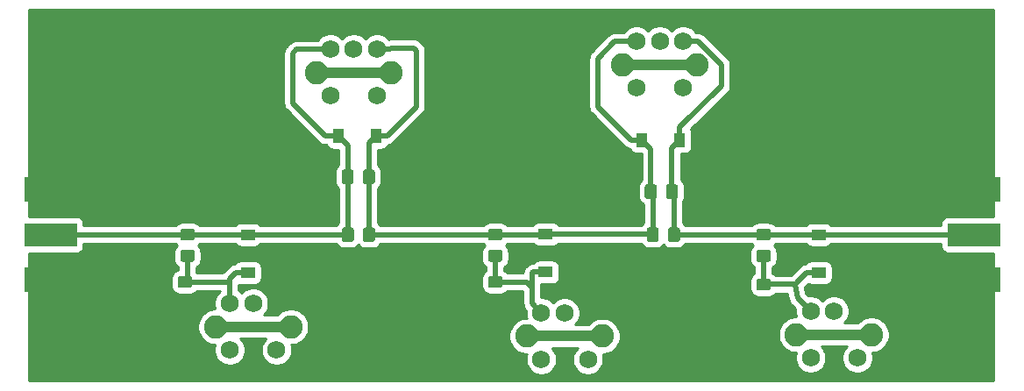
<source format=gbr>
G04 #@! TF.GenerationSoftware,KiCad,Pcbnew,(5.1.5)-3*
G04 #@! TF.CreationDate,2020-01-21T21:49:03-08:00*
G04 #@! TF.ProjectId,29MHz-BandStop,32394d48-7a2d-4426-916e-6453746f702e,rev?*
G04 #@! TF.SameCoordinates,Original*
G04 #@! TF.FileFunction,Copper,L1,Top*
G04 #@! TF.FilePolarity,Positive*
%FSLAX46Y46*%
G04 Gerber Fmt 4.6, Leading zero omitted, Abs format (unit mm)*
G04 Created by KiCad (PCBNEW (5.1.5)-3) date 2020-01-21 21:49:03*
%MOMM*%
%LPD*%
G04 APERTURE LIST*
%ADD10C,0.100000*%
%ADD11R,1.397000X1.079500*%
%ADD12R,1.079500X1.397000*%
%ADD13R,0.950000X0.460000*%
%ADD14C,0.970000*%
%ADD15R,5.080000X2.420000*%
%ADD16R,5.080000X2.290000*%
%ADD17C,1.750000*%
%ADD18C,2.250000*%
%ADD19C,0.800000*%
%ADD20C,0.500000*%
%ADD21C,1.000000*%
%ADD22C,0.254000*%
G04 APERTURE END LIST*
G04 #@! TA.AperFunction,SMDPad,CuDef*
D10*
G36*
X110964505Y-92889204D02*
G01*
X110988773Y-92892804D01*
X111012572Y-92898765D01*
X111035671Y-92907030D01*
X111057850Y-92917520D01*
X111078893Y-92930132D01*
X111098599Y-92944747D01*
X111116777Y-92961223D01*
X111133253Y-92979401D01*
X111147868Y-92999107D01*
X111160480Y-93020150D01*
X111170970Y-93042329D01*
X111179235Y-93065428D01*
X111185196Y-93089227D01*
X111188796Y-93113495D01*
X111190000Y-93137999D01*
X111190000Y-93788001D01*
X111188796Y-93812505D01*
X111185196Y-93836773D01*
X111179235Y-93860572D01*
X111170970Y-93883671D01*
X111160480Y-93905850D01*
X111147868Y-93926893D01*
X111133253Y-93946599D01*
X111116777Y-93964777D01*
X111098599Y-93981253D01*
X111078893Y-93995868D01*
X111057850Y-94008480D01*
X111035671Y-94018970D01*
X111012572Y-94027235D01*
X110988773Y-94033196D01*
X110964505Y-94036796D01*
X110940001Y-94038000D01*
X110039999Y-94038000D01*
X110015495Y-94036796D01*
X109991227Y-94033196D01*
X109967428Y-94027235D01*
X109944329Y-94018970D01*
X109922150Y-94008480D01*
X109901107Y-93995868D01*
X109881401Y-93981253D01*
X109863223Y-93964777D01*
X109846747Y-93946599D01*
X109832132Y-93926893D01*
X109819520Y-93905850D01*
X109809030Y-93883671D01*
X109800765Y-93860572D01*
X109794804Y-93836773D01*
X109791204Y-93812505D01*
X109790000Y-93788001D01*
X109790000Y-93137999D01*
X109791204Y-93113495D01*
X109794804Y-93089227D01*
X109800765Y-93065428D01*
X109809030Y-93042329D01*
X109819520Y-93020150D01*
X109832132Y-92999107D01*
X109846747Y-92979401D01*
X109863223Y-92961223D01*
X109881401Y-92944747D01*
X109901107Y-92930132D01*
X109922150Y-92917520D01*
X109944329Y-92907030D01*
X109967428Y-92898765D01*
X109991227Y-92892804D01*
X110015495Y-92889204D01*
X110039999Y-92888000D01*
X110940001Y-92888000D01*
X110964505Y-92889204D01*
G37*
G04 #@! TD.AperFunction*
G04 #@! TA.AperFunction,SMDPad,CuDef*
G36*
X110964505Y-94939204D02*
G01*
X110988773Y-94942804D01*
X111012572Y-94948765D01*
X111035671Y-94957030D01*
X111057850Y-94967520D01*
X111078893Y-94980132D01*
X111098599Y-94994747D01*
X111116777Y-95011223D01*
X111133253Y-95029401D01*
X111147868Y-95049107D01*
X111160480Y-95070150D01*
X111170970Y-95092329D01*
X111179235Y-95115428D01*
X111185196Y-95139227D01*
X111188796Y-95163495D01*
X111190000Y-95187999D01*
X111190000Y-95838001D01*
X111188796Y-95862505D01*
X111185196Y-95886773D01*
X111179235Y-95910572D01*
X111170970Y-95933671D01*
X111160480Y-95955850D01*
X111147868Y-95976893D01*
X111133253Y-95996599D01*
X111116777Y-96014777D01*
X111098599Y-96031253D01*
X111078893Y-96045868D01*
X111057850Y-96058480D01*
X111035671Y-96068970D01*
X111012572Y-96077235D01*
X110988773Y-96083196D01*
X110964505Y-96086796D01*
X110940001Y-96088000D01*
X110039999Y-96088000D01*
X110015495Y-96086796D01*
X109991227Y-96083196D01*
X109967428Y-96077235D01*
X109944329Y-96068970D01*
X109922150Y-96058480D01*
X109901107Y-96045868D01*
X109881401Y-96031253D01*
X109863223Y-96014777D01*
X109846747Y-95996599D01*
X109832132Y-95976893D01*
X109819520Y-95955850D01*
X109809030Y-95933671D01*
X109800765Y-95910572D01*
X109794804Y-95886773D01*
X109791204Y-95862505D01*
X109790000Y-95838001D01*
X109790000Y-95187999D01*
X109791204Y-95163495D01*
X109794804Y-95139227D01*
X109800765Y-95115428D01*
X109809030Y-95092329D01*
X109819520Y-95070150D01*
X109832132Y-95049107D01*
X109846747Y-95029401D01*
X109863223Y-95011223D01*
X109881401Y-94994747D01*
X109901107Y-94980132D01*
X109922150Y-94967520D01*
X109944329Y-94957030D01*
X109967428Y-94948765D01*
X109991227Y-94942804D01*
X110015495Y-94939204D01*
X110039999Y-94938000D01*
X110940001Y-94938000D01*
X110964505Y-94939204D01*
G37*
G04 #@! TD.AperFunction*
D11*
X116332000Y-97142300D03*
X116332000Y-93472000D03*
D12*
X125056900Y-83921600D03*
X128727200Y-83921600D03*
G04 #@! TA.AperFunction,SMDPad,CuDef*
D10*
G36*
X128374505Y-92773204D02*
G01*
X128398773Y-92776804D01*
X128422572Y-92782765D01*
X128445671Y-92791030D01*
X128467850Y-92801520D01*
X128488893Y-92814132D01*
X128508599Y-92828747D01*
X128526777Y-92845223D01*
X128543253Y-92863401D01*
X128557868Y-92883107D01*
X128570480Y-92904150D01*
X128580970Y-92926329D01*
X128589235Y-92949428D01*
X128595196Y-92973227D01*
X128598796Y-92997495D01*
X128600000Y-93021999D01*
X128600000Y-93922001D01*
X128598796Y-93946505D01*
X128595196Y-93970773D01*
X128589235Y-93994572D01*
X128580970Y-94017671D01*
X128570480Y-94039850D01*
X128557868Y-94060893D01*
X128543253Y-94080599D01*
X128526777Y-94098777D01*
X128508599Y-94115253D01*
X128488893Y-94129868D01*
X128467850Y-94142480D01*
X128445671Y-94152970D01*
X128422572Y-94161235D01*
X128398773Y-94167196D01*
X128374505Y-94170796D01*
X128350001Y-94172000D01*
X127699999Y-94172000D01*
X127675495Y-94170796D01*
X127651227Y-94167196D01*
X127627428Y-94161235D01*
X127604329Y-94152970D01*
X127582150Y-94142480D01*
X127561107Y-94129868D01*
X127541401Y-94115253D01*
X127523223Y-94098777D01*
X127506747Y-94080599D01*
X127492132Y-94060893D01*
X127479520Y-94039850D01*
X127469030Y-94017671D01*
X127460765Y-93994572D01*
X127454804Y-93970773D01*
X127451204Y-93946505D01*
X127450000Y-93922001D01*
X127450000Y-93021999D01*
X127451204Y-92997495D01*
X127454804Y-92973227D01*
X127460765Y-92949428D01*
X127469030Y-92926329D01*
X127479520Y-92904150D01*
X127492132Y-92883107D01*
X127506747Y-92863401D01*
X127523223Y-92845223D01*
X127541401Y-92828747D01*
X127561107Y-92814132D01*
X127582150Y-92801520D01*
X127604329Y-92791030D01*
X127627428Y-92782765D01*
X127651227Y-92776804D01*
X127675495Y-92773204D01*
X127699999Y-92772000D01*
X128350001Y-92772000D01*
X128374505Y-92773204D01*
G37*
G04 #@! TD.AperFunction*
G04 #@! TA.AperFunction,SMDPad,CuDef*
G36*
X126324505Y-92773204D02*
G01*
X126348773Y-92776804D01*
X126372572Y-92782765D01*
X126395671Y-92791030D01*
X126417850Y-92801520D01*
X126438893Y-92814132D01*
X126458599Y-92828747D01*
X126476777Y-92845223D01*
X126493253Y-92863401D01*
X126507868Y-92883107D01*
X126520480Y-92904150D01*
X126530970Y-92926329D01*
X126539235Y-92949428D01*
X126545196Y-92973227D01*
X126548796Y-92997495D01*
X126550000Y-93021999D01*
X126550000Y-93922001D01*
X126548796Y-93946505D01*
X126545196Y-93970773D01*
X126539235Y-93994572D01*
X126530970Y-94017671D01*
X126520480Y-94039850D01*
X126507868Y-94060893D01*
X126493253Y-94080599D01*
X126476777Y-94098777D01*
X126458599Y-94115253D01*
X126438893Y-94129868D01*
X126417850Y-94142480D01*
X126395671Y-94152970D01*
X126372572Y-94161235D01*
X126348773Y-94167196D01*
X126324505Y-94170796D01*
X126300001Y-94172000D01*
X125649999Y-94172000D01*
X125625495Y-94170796D01*
X125601227Y-94167196D01*
X125577428Y-94161235D01*
X125554329Y-94152970D01*
X125532150Y-94142480D01*
X125511107Y-94129868D01*
X125491401Y-94115253D01*
X125473223Y-94098777D01*
X125456747Y-94080599D01*
X125442132Y-94060893D01*
X125429520Y-94039850D01*
X125419030Y-94017671D01*
X125410765Y-93994572D01*
X125404804Y-93970773D01*
X125401204Y-93946505D01*
X125400000Y-93922001D01*
X125400000Y-93021999D01*
X125401204Y-92997495D01*
X125404804Y-92973227D01*
X125410765Y-92949428D01*
X125419030Y-92926329D01*
X125429520Y-92904150D01*
X125442132Y-92883107D01*
X125456747Y-92863401D01*
X125473223Y-92845223D01*
X125491401Y-92828747D01*
X125511107Y-92814132D01*
X125532150Y-92801520D01*
X125554329Y-92791030D01*
X125577428Y-92782765D01*
X125601227Y-92776804D01*
X125625495Y-92773204D01*
X125649999Y-92772000D01*
X126300001Y-92772000D01*
X126324505Y-92773204D01*
G37*
G04 #@! TD.AperFunction*
G04 #@! TA.AperFunction,SMDPad,CuDef*
G36*
X140682505Y-92889204D02*
G01*
X140706773Y-92892804D01*
X140730572Y-92898765D01*
X140753671Y-92907030D01*
X140775850Y-92917520D01*
X140796893Y-92930132D01*
X140816599Y-92944747D01*
X140834777Y-92961223D01*
X140851253Y-92979401D01*
X140865868Y-92999107D01*
X140878480Y-93020150D01*
X140888970Y-93042329D01*
X140897235Y-93065428D01*
X140903196Y-93089227D01*
X140906796Y-93113495D01*
X140908000Y-93137999D01*
X140908000Y-93788001D01*
X140906796Y-93812505D01*
X140903196Y-93836773D01*
X140897235Y-93860572D01*
X140888970Y-93883671D01*
X140878480Y-93905850D01*
X140865868Y-93926893D01*
X140851253Y-93946599D01*
X140834777Y-93964777D01*
X140816599Y-93981253D01*
X140796893Y-93995868D01*
X140775850Y-94008480D01*
X140753671Y-94018970D01*
X140730572Y-94027235D01*
X140706773Y-94033196D01*
X140682505Y-94036796D01*
X140658001Y-94038000D01*
X139757999Y-94038000D01*
X139733495Y-94036796D01*
X139709227Y-94033196D01*
X139685428Y-94027235D01*
X139662329Y-94018970D01*
X139640150Y-94008480D01*
X139619107Y-93995868D01*
X139599401Y-93981253D01*
X139581223Y-93964777D01*
X139564747Y-93946599D01*
X139550132Y-93926893D01*
X139537520Y-93905850D01*
X139527030Y-93883671D01*
X139518765Y-93860572D01*
X139512804Y-93836773D01*
X139509204Y-93812505D01*
X139508000Y-93788001D01*
X139508000Y-93137999D01*
X139509204Y-93113495D01*
X139512804Y-93089227D01*
X139518765Y-93065428D01*
X139527030Y-93042329D01*
X139537520Y-93020150D01*
X139550132Y-92999107D01*
X139564747Y-92979401D01*
X139581223Y-92961223D01*
X139599401Y-92944747D01*
X139619107Y-92930132D01*
X139640150Y-92917520D01*
X139662329Y-92907030D01*
X139685428Y-92898765D01*
X139709227Y-92892804D01*
X139733495Y-92889204D01*
X139757999Y-92888000D01*
X140658001Y-92888000D01*
X140682505Y-92889204D01*
G37*
G04 #@! TD.AperFunction*
G04 #@! TA.AperFunction,SMDPad,CuDef*
G36*
X140682505Y-94939204D02*
G01*
X140706773Y-94942804D01*
X140730572Y-94948765D01*
X140753671Y-94957030D01*
X140775850Y-94967520D01*
X140796893Y-94980132D01*
X140816599Y-94994747D01*
X140834777Y-95011223D01*
X140851253Y-95029401D01*
X140865868Y-95049107D01*
X140878480Y-95070150D01*
X140888970Y-95092329D01*
X140897235Y-95115428D01*
X140903196Y-95139227D01*
X140906796Y-95163495D01*
X140908000Y-95187999D01*
X140908000Y-95838001D01*
X140906796Y-95862505D01*
X140903196Y-95886773D01*
X140897235Y-95910572D01*
X140888970Y-95933671D01*
X140878480Y-95955850D01*
X140865868Y-95976893D01*
X140851253Y-95996599D01*
X140834777Y-96014777D01*
X140816599Y-96031253D01*
X140796893Y-96045868D01*
X140775850Y-96058480D01*
X140753671Y-96068970D01*
X140730572Y-96077235D01*
X140706773Y-96083196D01*
X140682505Y-96086796D01*
X140658001Y-96088000D01*
X139757999Y-96088000D01*
X139733495Y-96086796D01*
X139709227Y-96083196D01*
X139685428Y-96077235D01*
X139662329Y-96068970D01*
X139640150Y-96058480D01*
X139619107Y-96045868D01*
X139599401Y-96031253D01*
X139581223Y-96014777D01*
X139564747Y-95996599D01*
X139550132Y-95976893D01*
X139537520Y-95955850D01*
X139527030Y-95933671D01*
X139518765Y-95910572D01*
X139512804Y-95886773D01*
X139509204Y-95862505D01*
X139508000Y-95838001D01*
X139508000Y-95187999D01*
X139509204Y-95163495D01*
X139512804Y-95139227D01*
X139518765Y-95115428D01*
X139527030Y-95092329D01*
X139537520Y-95070150D01*
X139550132Y-95049107D01*
X139564747Y-95029401D01*
X139581223Y-95011223D01*
X139599401Y-94994747D01*
X139619107Y-94980132D01*
X139640150Y-94967520D01*
X139662329Y-94957030D01*
X139685428Y-94948765D01*
X139709227Y-94942804D01*
X139733495Y-94939204D01*
X139757999Y-94938000D01*
X140658001Y-94938000D01*
X140682505Y-94939204D01*
G37*
G04 #@! TD.AperFunction*
D11*
X145084800Y-97091500D03*
X145084800Y-93421200D03*
D12*
X158038800Y-84328000D03*
X154368500Y-84328000D03*
G04 #@! TA.AperFunction,SMDPad,CuDef*
D10*
G36*
X157829505Y-92773204D02*
G01*
X157853773Y-92776804D01*
X157877572Y-92782765D01*
X157900671Y-92791030D01*
X157922850Y-92801520D01*
X157943893Y-92814132D01*
X157963599Y-92828747D01*
X157981777Y-92845223D01*
X157998253Y-92863401D01*
X158012868Y-92883107D01*
X158025480Y-92904150D01*
X158035970Y-92926329D01*
X158044235Y-92949428D01*
X158050196Y-92973227D01*
X158053796Y-92997495D01*
X158055000Y-93021999D01*
X158055000Y-93922001D01*
X158053796Y-93946505D01*
X158050196Y-93970773D01*
X158044235Y-93994572D01*
X158035970Y-94017671D01*
X158025480Y-94039850D01*
X158012868Y-94060893D01*
X157998253Y-94080599D01*
X157981777Y-94098777D01*
X157963599Y-94115253D01*
X157943893Y-94129868D01*
X157922850Y-94142480D01*
X157900671Y-94152970D01*
X157877572Y-94161235D01*
X157853773Y-94167196D01*
X157829505Y-94170796D01*
X157805001Y-94172000D01*
X157154999Y-94172000D01*
X157130495Y-94170796D01*
X157106227Y-94167196D01*
X157082428Y-94161235D01*
X157059329Y-94152970D01*
X157037150Y-94142480D01*
X157016107Y-94129868D01*
X156996401Y-94115253D01*
X156978223Y-94098777D01*
X156961747Y-94080599D01*
X156947132Y-94060893D01*
X156934520Y-94039850D01*
X156924030Y-94017671D01*
X156915765Y-93994572D01*
X156909804Y-93970773D01*
X156906204Y-93946505D01*
X156905000Y-93922001D01*
X156905000Y-93021999D01*
X156906204Y-92997495D01*
X156909804Y-92973227D01*
X156915765Y-92949428D01*
X156924030Y-92926329D01*
X156934520Y-92904150D01*
X156947132Y-92883107D01*
X156961747Y-92863401D01*
X156978223Y-92845223D01*
X156996401Y-92828747D01*
X157016107Y-92814132D01*
X157037150Y-92801520D01*
X157059329Y-92791030D01*
X157082428Y-92782765D01*
X157106227Y-92776804D01*
X157130495Y-92773204D01*
X157154999Y-92772000D01*
X157805001Y-92772000D01*
X157829505Y-92773204D01*
G37*
G04 #@! TD.AperFunction*
G04 #@! TA.AperFunction,SMDPad,CuDef*
G36*
X155779505Y-92773204D02*
G01*
X155803773Y-92776804D01*
X155827572Y-92782765D01*
X155850671Y-92791030D01*
X155872850Y-92801520D01*
X155893893Y-92814132D01*
X155913599Y-92828747D01*
X155931777Y-92845223D01*
X155948253Y-92863401D01*
X155962868Y-92883107D01*
X155975480Y-92904150D01*
X155985970Y-92926329D01*
X155994235Y-92949428D01*
X156000196Y-92973227D01*
X156003796Y-92997495D01*
X156005000Y-93021999D01*
X156005000Y-93922001D01*
X156003796Y-93946505D01*
X156000196Y-93970773D01*
X155994235Y-93994572D01*
X155985970Y-94017671D01*
X155975480Y-94039850D01*
X155962868Y-94060893D01*
X155948253Y-94080599D01*
X155931777Y-94098777D01*
X155913599Y-94115253D01*
X155893893Y-94129868D01*
X155872850Y-94142480D01*
X155850671Y-94152970D01*
X155827572Y-94161235D01*
X155803773Y-94167196D01*
X155779505Y-94170796D01*
X155755001Y-94172000D01*
X155104999Y-94172000D01*
X155080495Y-94170796D01*
X155056227Y-94167196D01*
X155032428Y-94161235D01*
X155009329Y-94152970D01*
X154987150Y-94142480D01*
X154966107Y-94129868D01*
X154946401Y-94115253D01*
X154928223Y-94098777D01*
X154911747Y-94080599D01*
X154897132Y-94060893D01*
X154884520Y-94039850D01*
X154874030Y-94017671D01*
X154865765Y-93994572D01*
X154859804Y-93970773D01*
X154856204Y-93946505D01*
X154855000Y-93922001D01*
X154855000Y-93021999D01*
X154856204Y-92997495D01*
X154859804Y-92973227D01*
X154865765Y-92949428D01*
X154874030Y-92926329D01*
X154884520Y-92904150D01*
X154897132Y-92883107D01*
X154911747Y-92863401D01*
X154928223Y-92845223D01*
X154946401Y-92828747D01*
X154966107Y-92814132D01*
X154987150Y-92801520D01*
X155009329Y-92791030D01*
X155032428Y-92782765D01*
X155056227Y-92776804D01*
X155080495Y-92773204D01*
X155104999Y-92772000D01*
X155755001Y-92772000D01*
X155779505Y-92773204D01*
G37*
G04 #@! TD.AperFunction*
G04 #@! TA.AperFunction,SMDPad,CuDef*
G36*
X166590505Y-92898204D02*
G01*
X166614773Y-92901804D01*
X166638572Y-92907765D01*
X166661671Y-92916030D01*
X166683850Y-92926520D01*
X166704893Y-92939132D01*
X166724599Y-92953747D01*
X166742777Y-92970223D01*
X166759253Y-92988401D01*
X166773868Y-93008107D01*
X166786480Y-93029150D01*
X166796970Y-93051329D01*
X166805235Y-93074428D01*
X166811196Y-93098227D01*
X166814796Y-93122495D01*
X166816000Y-93146999D01*
X166816000Y-93797001D01*
X166814796Y-93821505D01*
X166811196Y-93845773D01*
X166805235Y-93869572D01*
X166796970Y-93892671D01*
X166786480Y-93914850D01*
X166773868Y-93935893D01*
X166759253Y-93955599D01*
X166742777Y-93973777D01*
X166724599Y-93990253D01*
X166704893Y-94004868D01*
X166683850Y-94017480D01*
X166661671Y-94027970D01*
X166638572Y-94036235D01*
X166614773Y-94042196D01*
X166590505Y-94045796D01*
X166566001Y-94047000D01*
X165665999Y-94047000D01*
X165641495Y-94045796D01*
X165617227Y-94042196D01*
X165593428Y-94036235D01*
X165570329Y-94027970D01*
X165548150Y-94017480D01*
X165527107Y-94004868D01*
X165507401Y-93990253D01*
X165489223Y-93973777D01*
X165472747Y-93955599D01*
X165458132Y-93935893D01*
X165445520Y-93914850D01*
X165435030Y-93892671D01*
X165426765Y-93869572D01*
X165420804Y-93845773D01*
X165417204Y-93821505D01*
X165416000Y-93797001D01*
X165416000Y-93146999D01*
X165417204Y-93122495D01*
X165420804Y-93098227D01*
X165426765Y-93074428D01*
X165435030Y-93051329D01*
X165445520Y-93029150D01*
X165458132Y-93008107D01*
X165472747Y-92988401D01*
X165489223Y-92970223D01*
X165507401Y-92953747D01*
X165527107Y-92939132D01*
X165548150Y-92926520D01*
X165570329Y-92916030D01*
X165593428Y-92907765D01*
X165617227Y-92901804D01*
X165641495Y-92898204D01*
X165665999Y-92897000D01*
X166566001Y-92897000D01*
X166590505Y-92898204D01*
G37*
G04 #@! TD.AperFunction*
G04 #@! TA.AperFunction,SMDPad,CuDef*
G36*
X166590505Y-94948204D02*
G01*
X166614773Y-94951804D01*
X166638572Y-94957765D01*
X166661671Y-94966030D01*
X166683850Y-94976520D01*
X166704893Y-94989132D01*
X166724599Y-95003747D01*
X166742777Y-95020223D01*
X166759253Y-95038401D01*
X166773868Y-95058107D01*
X166786480Y-95079150D01*
X166796970Y-95101329D01*
X166805235Y-95124428D01*
X166811196Y-95148227D01*
X166814796Y-95172495D01*
X166816000Y-95196999D01*
X166816000Y-95847001D01*
X166814796Y-95871505D01*
X166811196Y-95895773D01*
X166805235Y-95919572D01*
X166796970Y-95942671D01*
X166786480Y-95964850D01*
X166773868Y-95985893D01*
X166759253Y-96005599D01*
X166742777Y-96023777D01*
X166724599Y-96040253D01*
X166704893Y-96054868D01*
X166683850Y-96067480D01*
X166661671Y-96077970D01*
X166638572Y-96086235D01*
X166614773Y-96092196D01*
X166590505Y-96095796D01*
X166566001Y-96097000D01*
X165665999Y-96097000D01*
X165641495Y-96095796D01*
X165617227Y-96092196D01*
X165593428Y-96086235D01*
X165570329Y-96077970D01*
X165548150Y-96067480D01*
X165527107Y-96054868D01*
X165507401Y-96040253D01*
X165489223Y-96023777D01*
X165472747Y-96005599D01*
X165458132Y-95985893D01*
X165445520Y-95964850D01*
X165435030Y-95942671D01*
X165426765Y-95919572D01*
X165420804Y-95895773D01*
X165417204Y-95871505D01*
X165416000Y-95847001D01*
X165416000Y-95196999D01*
X165417204Y-95172495D01*
X165420804Y-95148227D01*
X165426765Y-95124428D01*
X165435030Y-95101329D01*
X165445520Y-95079150D01*
X165458132Y-95058107D01*
X165472747Y-95038401D01*
X165489223Y-95020223D01*
X165507401Y-95003747D01*
X165527107Y-94989132D01*
X165548150Y-94976520D01*
X165570329Y-94966030D01*
X165593428Y-94957765D01*
X165617227Y-94951804D01*
X165641495Y-94948204D01*
X165665999Y-94947000D01*
X166566001Y-94947000D01*
X166590505Y-94948204D01*
G37*
G04 #@! TD.AperFunction*
D11*
X171450000Y-93472000D03*
X171450000Y-97142300D03*
D13*
X100272000Y-97852000D03*
X100272000Y-89092000D03*
D14*
X100722000Y-97852000D03*
X100722000Y-89092000D03*
D15*
X97282000Y-97852000D03*
X97282000Y-89092000D03*
D16*
X97282000Y-93472000D03*
X186436000Y-93472000D03*
D15*
X186436000Y-97852000D03*
X186436000Y-89092000D03*
D14*
X182996000Y-97852000D03*
X182996000Y-89092000D03*
D13*
X183446000Y-97852000D03*
X183446000Y-89092000D03*
G04 #@! TA.AperFunction,SMDPad,CuDef*
D10*
G36*
X110710505Y-99520204D02*
G01*
X110734773Y-99523804D01*
X110758572Y-99529765D01*
X110781671Y-99538030D01*
X110803850Y-99548520D01*
X110824893Y-99561132D01*
X110844599Y-99575747D01*
X110862777Y-99592223D01*
X110879253Y-99610401D01*
X110893868Y-99630107D01*
X110906480Y-99651150D01*
X110916970Y-99673329D01*
X110925235Y-99696428D01*
X110931196Y-99720227D01*
X110934796Y-99744495D01*
X110936000Y-99768999D01*
X110936000Y-100419001D01*
X110934796Y-100443505D01*
X110931196Y-100467773D01*
X110925235Y-100491572D01*
X110916970Y-100514671D01*
X110906480Y-100536850D01*
X110893868Y-100557893D01*
X110879253Y-100577599D01*
X110862777Y-100595777D01*
X110844599Y-100612253D01*
X110824893Y-100626868D01*
X110803850Y-100639480D01*
X110781671Y-100649970D01*
X110758572Y-100658235D01*
X110734773Y-100664196D01*
X110710505Y-100667796D01*
X110686001Y-100669000D01*
X109785999Y-100669000D01*
X109761495Y-100667796D01*
X109737227Y-100664196D01*
X109713428Y-100658235D01*
X109690329Y-100649970D01*
X109668150Y-100639480D01*
X109647107Y-100626868D01*
X109627401Y-100612253D01*
X109609223Y-100595777D01*
X109592747Y-100577599D01*
X109578132Y-100557893D01*
X109565520Y-100536850D01*
X109555030Y-100514671D01*
X109546765Y-100491572D01*
X109540804Y-100467773D01*
X109537204Y-100443505D01*
X109536000Y-100419001D01*
X109536000Y-99768999D01*
X109537204Y-99744495D01*
X109540804Y-99720227D01*
X109546765Y-99696428D01*
X109555030Y-99673329D01*
X109565520Y-99651150D01*
X109578132Y-99630107D01*
X109592747Y-99610401D01*
X109609223Y-99592223D01*
X109627401Y-99575747D01*
X109647107Y-99561132D01*
X109668150Y-99548520D01*
X109690329Y-99538030D01*
X109713428Y-99529765D01*
X109737227Y-99523804D01*
X109761495Y-99520204D01*
X109785999Y-99519000D01*
X110686001Y-99519000D01*
X110710505Y-99520204D01*
G37*
G04 #@! TD.AperFunction*
G04 #@! TA.AperFunction,SMDPad,CuDef*
G36*
X110710505Y-97470204D02*
G01*
X110734773Y-97473804D01*
X110758572Y-97479765D01*
X110781671Y-97488030D01*
X110803850Y-97498520D01*
X110824893Y-97511132D01*
X110844599Y-97525747D01*
X110862777Y-97542223D01*
X110879253Y-97560401D01*
X110893868Y-97580107D01*
X110906480Y-97601150D01*
X110916970Y-97623329D01*
X110925235Y-97646428D01*
X110931196Y-97670227D01*
X110934796Y-97694495D01*
X110936000Y-97718999D01*
X110936000Y-98369001D01*
X110934796Y-98393505D01*
X110931196Y-98417773D01*
X110925235Y-98441572D01*
X110916970Y-98464671D01*
X110906480Y-98486850D01*
X110893868Y-98507893D01*
X110879253Y-98527599D01*
X110862777Y-98545777D01*
X110844599Y-98562253D01*
X110824893Y-98576868D01*
X110803850Y-98589480D01*
X110781671Y-98599970D01*
X110758572Y-98608235D01*
X110734773Y-98614196D01*
X110710505Y-98617796D01*
X110686001Y-98619000D01*
X109785999Y-98619000D01*
X109761495Y-98617796D01*
X109737227Y-98614196D01*
X109713428Y-98608235D01*
X109690329Y-98599970D01*
X109668150Y-98589480D01*
X109647107Y-98576868D01*
X109627401Y-98562253D01*
X109609223Y-98545777D01*
X109592747Y-98527599D01*
X109578132Y-98507893D01*
X109565520Y-98486850D01*
X109555030Y-98464671D01*
X109546765Y-98441572D01*
X109540804Y-98417773D01*
X109537204Y-98393505D01*
X109536000Y-98369001D01*
X109536000Y-97718999D01*
X109537204Y-97694495D01*
X109540804Y-97670227D01*
X109546765Y-97646428D01*
X109555030Y-97623329D01*
X109565520Y-97601150D01*
X109578132Y-97580107D01*
X109592747Y-97560401D01*
X109609223Y-97542223D01*
X109627401Y-97525747D01*
X109647107Y-97511132D01*
X109668150Y-97498520D01*
X109690329Y-97488030D01*
X109713428Y-97479765D01*
X109737227Y-97473804D01*
X109761495Y-97470204D01*
X109785999Y-97469000D01*
X110686001Y-97469000D01*
X110710505Y-97470204D01*
G37*
G04 #@! TD.AperFunction*
G04 #@! TA.AperFunction,SMDPad,CuDef*
G36*
X128365505Y-87185204D02*
G01*
X128389773Y-87188804D01*
X128413572Y-87194765D01*
X128436671Y-87203030D01*
X128458850Y-87213520D01*
X128479893Y-87226132D01*
X128499599Y-87240747D01*
X128517777Y-87257223D01*
X128534253Y-87275401D01*
X128548868Y-87295107D01*
X128561480Y-87316150D01*
X128571970Y-87338329D01*
X128580235Y-87361428D01*
X128586196Y-87385227D01*
X128589796Y-87409495D01*
X128591000Y-87433999D01*
X128591000Y-88334001D01*
X128589796Y-88358505D01*
X128586196Y-88382773D01*
X128580235Y-88406572D01*
X128571970Y-88429671D01*
X128561480Y-88451850D01*
X128548868Y-88472893D01*
X128534253Y-88492599D01*
X128517777Y-88510777D01*
X128499599Y-88527253D01*
X128479893Y-88541868D01*
X128458850Y-88554480D01*
X128436671Y-88564970D01*
X128413572Y-88573235D01*
X128389773Y-88579196D01*
X128365505Y-88582796D01*
X128341001Y-88584000D01*
X127690999Y-88584000D01*
X127666495Y-88582796D01*
X127642227Y-88579196D01*
X127618428Y-88573235D01*
X127595329Y-88564970D01*
X127573150Y-88554480D01*
X127552107Y-88541868D01*
X127532401Y-88527253D01*
X127514223Y-88510777D01*
X127497747Y-88492599D01*
X127483132Y-88472893D01*
X127470520Y-88451850D01*
X127460030Y-88429671D01*
X127451765Y-88406572D01*
X127445804Y-88382773D01*
X127442204Y-88358505D01*
X127441000Y-88334001D01*
X127441000Y-87433999D01*
X127442204Y-87409495D01*
X127445804Y-87385227D01*
X127451765Y-87361428D01*
X127460030Y-87338329D01*
X127470520Y-87316150D01*
X127483132Y-87295107D01*
X127497747Y-87275401D01*
X127514223Y-87257223D01*
X127532401Y-87240747D01*
X127552107Y-87226132D01*
X127573150Y-87213520D01*
X127595329Y-87203030D01*
X127618428Y-87194765D01*
X127642227Y-87188804D01*
X127666495Y-87185204D01*
X127690999Y-87184000D01*
X128341001Y-87184000D01*
X128365505Y-87185204D01*
G37*
G04 #@! TD.AperFunction*
G04 #@! TA.AperFunction,SMDPad,CuDef*
G36*
X126315505Y-87185204D02*
G01*
X126339773Y-87188804D01*
X126363572Y-87194765D01*
X126386671Y-87203030D01*
X126408850Y-87213520D01*
X126429893Y-87226132D01*
X126449599Y-87240747D01*
X126467777Y-87257223D01*
X126484253Y-87275401D01*
X126498868Y-87295107D01*
X126511480Y-87316150D01*
X126521970Y-87338329D01*
X126530235Y-87361428D01*
X126536196Y-87385227D01*
X126539796Y-87409495D01*
X126541000Y-87433999D01*
X126541000Y-88334001D01*
X126539796Y-88358505D01*
X126536196Y-88382773D01*
X126530235Y-88406572D01*
X126521970Y-88429671D01*
X126511480Y-88451850D01*
X126498868Y-88472893D01*
X126484253Y-88492599D01*
X126467777Y-88510777D01*
X126449599Y-88527253D01*
X126429893Y-88541868D01*
X126408850Y-88554480D01*
X126386671Y-88564970D01*
X126363572Y-88573235D01*
X126339773Y-88579196D01*
X126315505Y-88582796D01*
X126291001Y-88584000D01*
X125640999Y-88584000D01*
X125616495Y-88582796D01*
X125592227Y-88579196D01*
X125568428Y-88573235D01*
X125545329Y-88564970D01*
X125523150Y-88554480D01*
X125502107Y-88541868D01*
X125482401Y-88527253D01*
X125464223Y-88510777D01*
X125447747Y-88492599D01*
X125433132Y-88472893D01*
X125420520Y-88451850D01*
X125410030Y-88429671D01*
X125401765Y-88406572D01*
X125395804Y-88382773D01*
X125392204Y-88358505D01*
X125391000Y-88334001D01*
X125391000Y-87433999D01*
X125392204Y-87409495D01*
X125395804Y-87385227D01*
X125401765Y-87361428D01*
X125410030Y-87338329D01*
X125420520Y-87316150D01*
X125433132Y-87295107D01*
X125447747Y-87275401D01*
X125464223Y-87257223D01*
X125482401Y-87240747D01*
X125502107Y-87226132D01*
X125523150Y-87213520D01*
X125545329Y-87203030D01*
X125568428Y-87194765D01*
X125592227Y-87188804D01*
X125616495Y-87185204D01*
X125640999Y-87184000D01*
X126291001Y-87184000D01*
X126315505Y-87185204D01*
G37*
G04 #@! TD.AperFunction*
G04 #@! TA.AperFunction,SMDPad,CuDef*
G36*
X140682505Y-99511204D02*
G01*
X140706773Y-99514804D01*
X140730572Y-99520765D01*
X140753671Y-99529030D01*
X140775850Y-99539520D01*
X140796893Y-99552132D01*
X140816599Y-99566747D01*
X140834777Y-99583223D01*
X140851253Y-99601401D01*
X140865868Y-99621107D01*
X140878480Y-99642150D01*
X140888970Y-99664329D01*
X140897235Y-99687428D01*
X140903196Y-99711227D01*
X140906796Y-99735495D01*
X140908000Y-99759999D01*
X140908000Y-100410001D01*
X140906796Y-100434505D01*
X140903196Y-100458773D01*
X140897235Y-100482572D01*
X140888970Y-100505671D01*
X140878480Y-100527850D01*
X140865868Y-100548893D01*
X140851253Y-100568599D01*
X140834777Y-100586777D01*
X140816599Y-100603253D01*
X140796893Y-100617868D01*
X140775850Y-100630480D01*
X140753671Y-100640970D01*
X140730572Y-100649235D01*
X140706773Y-100655196D01*
X140682505Y-100658796D01*
X140658001Y-100660000D01*
X139757999Y-100660000D01*
X139733495Y-100658796D01*
X139709227Y-100655196D01*
X139685428Y-100649235D01*
X139662329Y-100640970D01*
X139640150Y-100630480D01*
X139619107Y-100617868D01*
X139599401Y-100603253D01*
X139581223Y-100586777D01*
X139564747Y-100568599D01*
X139550132Y-100548893D01*
X139537520Y-100527850D01*
X139527030Y-100505671D01*
X139518765Y-100482572D01*
X139512804Y-100458773D01*
X139509204Y-100434505D01*
X139508000Y-100410001D01*
X139508000Y-99759999D01*
X139509204Y-99735495D01*
X139512804Y-99711227D01*
X139518765Y-99687428D01*
X139527030Y-99664329D01*
X139537520Y-99642150D01*
X139550132Y-99621107D01*
X139564747Y-99601401D01*
X139581223Y-99583223D01*
X139599401Y-99566747D01*
X139619107Y-99552132D01*
X139640150Y-99539520D01*
X139662329Y-99529030D01*
X139685428Y-99520765D01*
X139709227Y-99514804D01*
X139733495Y-99511204D01*
X139757999Y-99510000D01*
X140658001Y-99510000D01*
X140682505Y-99511204D01*
G37*
G04 #@! TD.AperFunction*
G04 #@! TA.AperFunction,SMDPad,CuDef*
G36*
X140682505Y-97461204D02*
G01*
X140706773Y-97464804D01*
X140730572Y-97470765D01*
X140753671Y-97479030D01*
X140775850Y-97489520D01*
X140796893Y-97502132D01*
X140816599Y-97516747D01*
X140834777Y-97533223D01*
X140851253Y-97551401D01*
X140865868Y-97571107D01*
X140878480Y-97592150D01*
X140888970Y-97614329D01*
X140897235Y-97637428D01*
X140903196Y-97661227D01*
X140906796Y-97685495D01*
X140908000Y-97709999D01*
X140908000Y-98360001D01*
X140906796Y-98384505D01*
X140903196Y-98408773D01*
X140897235Y-98432572D01*
X140888970Y-98455671D01*
X140878480Y-98477850D01*
X140865868Y-98498893D01*
X140851253Y-98518599D01*
X140834777Y-98536777D01*
X140816599Y-98553253D01*
X140796893Y-98567868D01*
X140775850Y-98580480D01*
X140753671Y-98590970D01*
X140730572Y-98599235D01*
X140706773Y-98605196D01*
X140682505Y-98608796D01*
X140658001Y-98610000D01*
X139757999Y-98610000D01*
X139733495Y-98608796D01*
X139709227Y-98605196D01*
X139685428Y-98599235D01*
X139662329Y-98590970D01*
X139640150Y-98580480D01*
X139619107Y-98567868D01*
X139599401Y-98553253D01*
X139581223Y-98536777D01*
X139564747Y-98518599D01*
X139550132Y-98498893D01*
X139537520Y-98477850D01*
X139527030Y-98455671D01*
X139518765Y-98432572D01*
X139512804Y-98408773D01*
X139509204Y-98384505D01*
X139508000Y-98360001D01*
X139508000Y-97709999D01*
X139509204Y-97685495D01*
X139512804Y-97661227D01*
X139518765Y-97637428D01*
X139527030Y-97614329D01*
X139537520Y-97592150D01*
X139550132Y-97571107D01*
X139564747Y-97551401D01*
X139581223Y-97533223D01*
X139599401Y-97516747D01*
X139619107Y-97502132D01*
X139640150Y-97489520D01*
X139662329Y-97479030D01*
X139685428Y-97470765D01*
X139709227Y-97464804D01*
X139733495Y-97461204D01*
X139757999Y-97460000D01*
X140658001Y-97460000D01*
X140682505Y-97461204D01*
G37*
G04 #@! TD.AperFunction*
G04 #@! TA.AperFunction,SMDPad,CuDef*
G36*
X155576305Y-88607604D02*
G01*
X155600573Y-88611204D01*
X155624372Y-88617165D01*
X155647471Y-88625430D01*
X155669650Y-88635920D01*
X155690693Y-88648532D01*
X155710399Y-88663147D01*
X155728577Y-88679623D01*
X155745053Y-88697801D01*
X155759668Y-88717507D01*
X155772280Y-88738550D01*
X155782770Y-88760729D01*
X155791035Y-88783828D01*
X155796996Y-88807627D01*
X155800596Y-88831895D01*
X155801800Y-88856399D01*
X155801800Y-89756401D01*
X155800596Y-89780905D01*
X155796996Y-89805173D01*
X155791035Y-89828972D01*
X155782770Y-89852071D01*
X155772280Y-89874250D01*
X155759668Y-89895293D01*
X155745053Y-89914999D01*
X155728577Y-89933177D01*
X155710399Y-89949653D01*
X155690693Y-89964268D01*
X155669650Y-89976880D01*
X155647471Y-89987370D01*
X155624372Y-89995635D01*
X155600573Y-90001596D01*
X155576305Y-90005196D01*
X155551801Y-90006400D01*
X154901799Y-90006400D01*
X154877295Y-90005196D01*
X154853027Y-90001596D01*
X154829228Y-89995635D01*
X154806129Y-89987370D01*
X154783950Y-89976880D01*
X154762907Y-89964268D01*
X154743201Y-89949653D01*
X154725023Y-89933177D01*
X154708547Y-89914999D01*
X154693932Y-89895293D01*
X154681320Y-89874250D01*
X154670830Y-89852071D01*
X154662565Y-89828972D01*
X154656604Y-89805173D01*
X154653004Y-89780905D01*
X154651800Y-89756401D01*
X154651800Y-88856399D01*
X154653004Y-88831895D01*
X154656604Y-88807627D01*
X154662565Y-88783828D01*
X154670830Y-88760729D01*
X154681320Y-88738550D01*
X154693932Y-88717507D01*
X154708547Y-88697801D01*
X154725023Y-88679623D01*
X154743201Y-88663147D01*
X154762907Y-88648532D01*
X154783950Y-88635920D01*
X154806129Y-88625430D01*
X154829228Y-88617165D01*
X154853027Y-88611204D01*
X154877295Y-88607604D01*
X154901799Y-88606400D01*
X155551801Y-88606400D01*
X155576305Y-88607604D01*
G37*
G04 #@! TD.AperFunction*
G04 #@! TA.AperFunction,SMDPad,CuDef*
G36*
X157626305Y-88607604D02*
G01*
X157650573Y-88611204D01*
X157674372Y-88617165D01*
X157697471Y-88625430D01*
X157719650Y-88635920D01*
X157740693Y-88648532D01*
X157760399Y-88663147D01*
X157778577Y-88679623D01*
X157795053Y-88697801D01*
X157809668Y-88717507D01*
X157822280Y-88738550D01*
X157832770Y-88760729D01*
X157841035Y-88783828D01*
X157846996Y-88807627D01*
X157850596Y-88831895D01*
X157851800Y-88856399D01*
X157851800Y-89756401D01*
X157850596Y-89780905D01*
X157846996Y-89805173D01*
X157841035Y-89828972D01*
X157832770Y-89852071D01*
X157822280Y-89874250D01*
X157809668Y-89895293D01*
X157795053Y-89914999D01*
X157778577Y-89933177D01*
X157760399Y-89949653D01*
X157740693Y-89964268D01*
X157719650Y-89976880D01*
X157697471Y-89987370D01*
X157674372Y-89995635D01*
X157650573Y-90001596D01*
X157626305Y-90005196D01*
X157601801Y-90006400D01*
X156951799Y-90006400D01*
X156927295Y-90005196D01*
X156903027Y-90001596D01*
X156879228Y-89995635D01*
X156856129Y-89987370D01*
X156833950Y-89976880D01*
X156812907Y-89964268D01*
X156793201Y-89949653D01*
X156775023Y-89933177D01*
X156758547Y-89914999D01*
X156743932Y-89895293D01*
X156731320Y-89874250D01*
X156720830Y-89852071D01*
X156712565Y-89828972D01*
X156706604Y-89805173D01*
X156703004Y-89780905D01*
X156701800Y-89756401D01*
X156701800Y-88856399D01*
X156703004Y-88831895D01*
X156706604Y-88807627D01*
X156712565Y-88783828D01*
X156720830Y-88760729D01*
X156731320Y-88738550D01*
X156743932Y-88717507D01*
X156758547Y-88697801D01*
X156775023Y-88679623D01*
X156793201Y-88663147D01*
X156812907Y-88648532D01*
X156833950Y-88635920D01*
X156856129Y-88625430D01*
X156879228Y-88617165D01*
X156903027Y-88611204D01*
X156927295Y-88607604D01*
X156951799Y-88606400D01*
X157601801Y-88606400D01*
X157626305Y-88607604D01*
G37*
G04 #@! TD.AperFunction*
G04 #@! TA.AperFunction,SMDPad,CuDef*
G36*
X166590505Y-97706204D02*
G01*
X166614773Y-97709804D01*
X166638572Y-97715765D01*
X166661671Y-97724030D01*
X166683850Y-97734520D01*
X166704893Y-97747132D01*
X166724599Y-97761747D01*
X166742777Y-97778223D01*
X166759253Y-97796401D01*
X166773868Y-97816107D01*
X166786480Y-97837150D01*
X166796970Y-97859329D01*
X166805235Y-97882428D01*
X166811196Y-97906227D01*
X166814796Y-97930495D01*
X166816000Y-97954999D01*
X166816000Y-98605001D01*
X166814796Y-98629505D01*
X166811196Y-98653773D01*
X166805235Y-98677572D01*
X166796970Y-98700671D01*
X166786480Y-98722850D01*
X166773868Y-98743893D01*
X166759253Y-98763599D01*
X166742777Y-98781777D01*
X166724599Y-98798253D01*
X166704893Y-98812868D01*
X166683850Y-98825480D01*
X166661671Y-98835970D01*
X166638572Y-98844235D01*
X166614773Y-98850196D01*
X166590505Y-98853796D01*
X166566001Y-98855000D01*
X165665999Y-98855000D01*
X165641495Y-98853796D01*
X165617227Y-98850196D01*
X165593428Y-98844235D01*
X165570329Y-98835970D01*
X165548150Y-98825480D01*
X165527107Y-98812868D01*
X165507401Y-98798253D01*
X165489223Y-98781777D01*
X165472747Y-98763599D01*
X165458132Y-98743893D01*
X165445520Y-98722850D01*
X165435030Y-98700671D01*
X165426765Y-98677572D01*
X165420804Y-98653773D01*
X165417204Y-98629505D01*
X165416000Y-98605001D01*
X165416000Y-97954999D01*
X165417204Y-97930495D01*
X165420804Y-97906227D01*
X165426765Y-97882428D01*
X165435030Y-97859329D01*
X165445520Y-97837150D01*
X165458132Y-97816107D01*
X165472747Y-97796401D01*
X165489223Y-97778223D01*
X165507401Y-97761747D01*
X165527107Y-97747132D01*
X165548150Y-97734520D01*
X165570329Y-97724030D01*
X165593428Y-97715765D01*
X165617227Y-97709804D01*
X165641495Y-97706204D01*
X165665999Y-97705000D01*
X166566001Y-97705000D01*
X166590505Y-97706204D01*
G37*
G04 #@! TD.AperFunction*
G04 #@! TA.AperFunction,SMDPad,CuDef*
G36*
X166590505Y-99756204D02*
G01*
X166614773Y-99759804D01*
X166638572Y-99765765D01*
X166661671Y-99774030D01*
X166683850Y-99784520D01*
X166704893Y-99797132D01*
X166724599Y-99811747D01*
X166742777Y-99828223D01*
X166759253Y-99846401D01*
X166773868Y-99866107D01*
X166786480Y-99887150D01*
X166796970Y-99909329D01*
X166805235Y-99932428D01*
X166811196Y-99956227D01*
X166814796Y-99980495D01*
X166816000Y-100004999D01*
X166816000Y-100655001D01*
X166814796Y-100679505D01*
X166811196Y-100703773D01*
X166805235Y-100727572D01*
X166796970Y-100750671D01*
X166786480Y-100772850D01*
X166773868Y-100793893D01*
X166759253Y-100813599D01*
X166742777Y-100831777D01*
X166724599Y-100848253D01*
X166704893Y-100862868D01*
X166683850Y-100875480D01*
X166661671Y-100885970D01*
X166638572Y-100894235D01*
X166614773Y-100900196D01*
X166590505Y-100903796D01*
X166566001Y-100905000D01*
X165665999Y-100905000D01*
X165641495Y-100903796D01*
X165617227Y-100900196D01*
X165593428Y-100894235D01*
X165570329Y-100885970D01*
X165548150Y-100875480D01*
X165527107Y-100862868D01*
X165507401Y-100848253D01*
X165489223Y-100831777D01*
X165472747Y-100813599D01*
X165458132Y-100793893D01*
X165445520Y-100772850D01*
X165435030Y-100750671D01*
X165426765Y-100727572D01*
X165420804Y-100703773D01*
X165417204Y-100679505D01*
X165416000Y-100655001D01*
X165416000Y-100004999D01*
X165417204Y-99980495D01*
X165420804Y-99956227D01*
X165426765Y-99932428D01*
X165435030Y-99909329D01*
X165445520Y-99887150D01*
X165458132Y-99866107D01*
X165472747Y-99846401D01*
X165489223Y-99828223D01*
X165507401Y-99811747D01*
X165527107Y-99797132D01*
X165548150Y-99784520D01*
X165570329Y-99774030D01*
X165593428Y-99765765D01*
X165617227Y-99759804D01*
X165641495Y-99756204D01*
X165665999Y-99755000D01*
X166566001Y-99755000D01*
X166590505Y-99756204D01*
G37*
G04 #@! TD.AperFunction*
D17*
X116840000Y-100112000D03*
X114590000Y-104612000D03*
X114590000Y-100112000D03*
X119090000Y-100112000D03*
X119090000Y-104612000D03*
D18*
X113220000Y-102362000D03*
X120460000Y-102362000D03*
D17*
X126542800Y-75575600D03*
X124292800Y-80075600D03*
X124292800Y-75575600D03*
X128792800Y-75575600D03*
X128792800Y-80075600D03*
D18*
X122922800Y-77825600D03*
X130162800Y-77825600D03*
X150533600Y-103276400D03*
X143293600Y-103276400D03*
D17*
X149163600Y-105526400D03*
X149163600Y-101026400D03*
X144663600Y-101026400D03*
X144663600Y-105526400D03*
X146913600Y-101026400D03*
D18*
X159728400Y-77063600D03*
X152488400Y-77063600D03*
D17*
X158358400Y-79313600D03*
X158358400Y-74813600D03*
X153858400Y-74813600D03*
X153858400Y-79313600D03*
X156108400Y-74813600D03*
X172923200Y-100874000D03*
X170673200Y-105374000D03*
X170673200Y-100874000D03*
X175173200Y-100874000D03*
X175173200Y-105374000D03*
D18*
X169303200Y-103124000D03*
X176543200Y-103124000D03*
D19*
X173482000Y-85471000D03*
X142494000Y-84201000D03*
X112268000Y-82550000D03*
X130556000Y-101981000D03*
X159893000Y-101981000D03*
D20*
X110481000Y-93472000D02*
X110490000Y-93463000D01*
X97282000Y-93472000D02*
X110481000Y-93472000D01*
X116323000Y-93463000D02*
X116332000Y-93472000D01*
X110490000Y-93463000D02*
X116323000Y-93463000D01*
X116332000Y-93472000D02*
X125975000Y-93472000D01*
X125975000Y-87893000D02*
X125966000Y-87884000D01*
X125975000Y-93472000D02*
X125975000Y-87893000D01*
X125966000Y-84830700D02*
X125056900Y-83921600D01*
X125966000Y-87884000D02*
X125966000Y-84830700D01*
X124292800Y-75575600D02*
X121020400Y-75575600D01*
X121020400Y-75575600D02*
X120650000Y-75946000D01*
X120650000Y-75946000D02*
X120650000Y-80772000D01*
X123799600Y-83921600D02*
X125056900Y-83921600D01*
X120650000Y-80772000D02*
X123799600Y-83921600D01*
X110490000Y-97790000D02*
X110236000Y-98044000D01*
X110490000Y-95513000D02*
X110490000Y-97790000D01*
X115133500Y-97142300D02*
X114554000Y-97721800D01*
X116332000Y-97142300D02*
X115133500Y-97142300D01*
X114554000Y-97721800D02*
X114590000Y-97757800D01*
X112522000Y-98044000D02*
X114554000Y-98044000D01*
X110236000Y-98044000D02*
X112522000Y-98044000D01*
X114590000Y-97757800D02*
X114554000Y-98044000D01*
X114554000Y-98044000D02*
X114590000Y-100112000D01*
X140199000Y-93472000D02*
X140208000Y-93463000D01*
X128025000Y-93472000D02*
X140199000Y-93472000D01*
X145043000Y-93463000D02*
X145084800Y-93421200D01*
X140208000Y-93463000D02*
X145043000Y-93463000D01*
X155379200Y-93421200D02*
X155430000Y-93472000D01*
X145084800Y-93421200D02*
X155379200Y-93421200D01*
X128025000Y-87893000D02*
X128016000Y-87884000D01*
X128025000Y-93472000D02*
X128025000Y-87893000D01*
X128016000Y-84632800D02*
X128727200Y-83921600D01*
X128016000Y-87884000D02*
X128016000Y-84632800D01*
X130030236Y-75575600D02*
X130167836Y-75438000D01*
X128792800Y-75575600D02*
X130030236Y-75575600D01*
X130167836Y-75438000D02*
X132334000Y-75438000D01*
X132334000Y-75438000D02*
X132588000Y-75692000D01*
X129766950Y-83921600D02*
X128727200Y-83921600D01*
X132588000Y-81100550D02*
X129766950Y-83921600D01*
X132588000Y-75692000D02*
X132588000Y-81100550D01*
X155430000Y-89509600D02*
X155226800Y-89306400D01*
X155430000Y-93472000D02*
X155430000Y-89509600D01*
X155226800Y-85186300D02*
X154368500Y-84328000D01*
X155226800Y-89306400D02*
X155226800Y-85186300D01*
X151754400Y-74813600D02*
X153858400Y-74813600D01*
X150114000Y-76454000D02*
X151754400Y-74813600D01*
X154368500Y-84328000D02*
X153328750Y-84328000D01*
X150114000Y-81113250D02*
X150114000Y-76454000D01*
X153328750Y-84328000D02*
X150114000Y-81113250D01*
X140208000Y-95513000D02*
X140208000Y-98035000D01*
X143886300Y-97091500D02*
X143764000Y-97213800D01*
X145084800Y-97091500D02*
X143886300Y-97091500D01*
X143764000Y-100126800D02*
X144663600Y-101026400D01*
X140208000Y-98035000D02*
X143247000Y-98035000D01*
X143247000Y-98035000D02*
X143764000Y-98552000D01*
X143764000Y-97213800D02*
X143764000Y-98552000D01*
X143764000Y-98552000D02*
X143764000Y-100126800D01*
X158055000Y-93472000D02*
X166116000Y-93472000D01*
X157480000Y-93472000D02*
X158055000Y-93472000D01*
X166116000Y-93472000D02*
X186436000Y-93472000D01*
X157480000Y-89509600D02*
X157276800Y-89306400D01*
X157480000Y-93472000D02*
X157480000Y-89509600D01*
X157276800Y-85090000D02*
X158038800Y-84328000D01*
X157276800Y-89306400D02*
X157276800Y-85090000D01*
X158038800Y-83129500D02*
X162052000Y-79116300D01*
X158038800Y-84328000D02*
X158038800Y-83129500D01*
X159595836Y-74813600D02*
X158358400Y-74813600D01*
X159809402Y-74813600D02*
X159595836Y-74813600D01*
X162052000Y-77056198D02*
X159809402Y-74813600D01*
X162052000Y-79116300D02*
X162052000Y-77056198D01*
X166116000Y-95522000D02*
X166116000Y-98280000D01*
X170251500Y-97142300D02*
X169418000Y-97975800D01*
X171450000Y-97142300D02*
X170251500Y-97142300D01*
X169418000Y-99618800D02*
X170673200Y-100874000D01*
X169146000Y-98280000D02*
X169164000Y-98298000D01*
X166116000Y-98280000D02*
X169146000Y-98280000D01*
X169418000Y-97975800D02*
X169164000Y-98298000D01*
X169164000Y-98298000D02*
X169418000Y-99618800D01*
D21*
X113220000Y-102362000D02*
X120460000Y-102362000D01*
X122922800Y-77825600D02*
X130162800Y-77825600D01*
X143293600Y-103276400D02*
X150533600Y-103276400D01*
X152488400Y-77063600D02*
X159728400Y-77063600D01*
X169303200Y-103124000D02*
X176543200Y-103124000D01*
D22*
G36*
X154366595Y-94415387D02*
G01*
X154477038Y-94549962D01*
X154611613Y-94660405D01*
X154765149Y-94742472D01*
X154931745Y-94793008D01*
X155104999Y-94810072D01*
X155755001Y-94810072D01*
X155928255Y-94793008D01*
X156094851Y-94742472D01*
X156248387Y-94660405D01*
X156382962Y-94549962D01*
X156455000Y-94462184D01*
X156527038Y-94549962D01*
X156661613Y-94660405D01*
X156815149Y-94742472D01*
X156981745Y-94793008D01*
X157154999Y-94810072D01*
X157805001Y-94810072D01*
X157978255Y-94793008D01*
X158144851Y-94742472D01*
X158298387Y-94660405D01*
X158432962Y-94549962D01*
X158543405Y-94415387D01*
X158574614Y-94357000D01*
X164982263Y-94357000D01*
X165038038Y-94424962D01*
X165125816Y-94497000D01*
X165038038Y-94569038D01*
X164927595Y-94703613D01*
X164845528Y-94857149D01*
X164794992Y-95023745D01*
X164777928Y-95196999D01*
X164777928Y-95847001D01*
X164794992Y-96020255D01*
X164845528Y-96186851D01*
X164927595Y-96340387D01*
X165038038Y-96474962D01*
X165172613Y-96585405D01*
X165231000Y-96616614D01*
X165231001Y-97185386D01*
X165172613Y-97216595D01*
X165038038Y-97327038D01*
X164927595Y-97461613D01*
X164845528Y-97615149D01*
X164794992Y-97781745D01*
X164777928Y-97954999D01*
X164777928Y-98605001D01*
X164794992Y-98778255D01*
X164845528Y-98944851D01*
X164927595Y-99098387D01*
X165038038Y-99232962D01*
X165172613Y-99343405D01*
X165326149Y-99425472D01*
X165492745Y-99476008D01*
X165665999Y-99493072D01*
X166566001Y-99493072D01*
X166739255Y-99476008D01*
X166905851Y-99425472D01*
X167059387Y-99343405D01*
X167193962Y-99232962D01*
X167249737Y-99165000D01*
X168429515Y-99165000D01*
X168541247Y-99746004D01*
X168545805Y-99792290D01*
X168570270Y-99872938D01*
X168594262Y-99953879D01*
X168595589Y-99956400D01*
X168596412Y-99959113D01*
X168636149Y-100033456D01*
X168675462Y-100108144D01*
X168677249Y-100110350D01*
X168678590Y-100112859D01*
X168732153Y-100178126D01*
X168785196Y-100243604D01*
X168820955Y-100273333D01*
X169181400Y-100633779D01*
X169163200Y-100725278D01*
X169163200Y-101022722D01*
X169221229Y-101314451D01*
X169241753Y-101364000D01*
X169129855Y-101364000D01*
X168789827Y-101431636D01*
X168469527Y-101564308D01*
X168181265Y-101756919D01*
X167936119Y-102002065D01*
X167743508Y-102290327D01*
X167610836Y-102610627D01*
X167543200Y-102950655D01*
X167543200Y-103297345D01*
X167610836Y-103637373D01*
X167743508Y-103957673D01*
X167936119Y-104245935D01*
X168181265Y-104491081D01*
X168469527Y-104683692D01*
X168789827Y-104816364D01*
X169129855Y-104884000D01*
X169241753Y-104884000D01*
X169221229Y-104933549D01*
X169163200Y-105225278D01*
X169163200Y-105522722D01*
X169221229Y-105814451D01*
X169335056Y-106089253D01*
X169500307Y-106336569D01*
X169710631Y-106546893D01*
X169957947Y-106712144D01*
X170232749Y-106825971D01*
X170524478Y-106884000D01*
X170821922Y-106884000D01*
X171113651Y-106825971D01*
X171388453Y-106712144D01*
X171635769Y-106546893D01*
X171846093Y-106336569D01*
X172011344Y-106089253D01*
X172125171Y-105814451D01*
X172183200Y-105522722D01*
X172183200Y-105225278D01*
X172125171Y-104933549D01*
X172011344Y-104658747D01*
X171846093Y-104411431D01*
X171693662Y-104259000D01*
X174152738Y-104259000D01*
X174000307Y-104411431D01*
X173835056Y-104658747D01*
X173721229Y-104933549D01*
X173663200Y-105225278D01*
X173663200Y-105522722D01*
X173721229Y-105814451D01*
X173835056Y-106089253D01*
X174000307Y-106336569D01*
X174210631Y-106546893D01*
X174457947Y-106712144D01*
X174732749Y-106825971D01*
X175024478Y-106884000D01*
X175321922Y-106884000D01*
X175613651Y-106825971D01*
X175888453Y-106712144D01*
X176135769Y-106546893D01*
X176346093Y-106336569D01*
X176511344Y-106089253D01*
X176625171Y-105814451D01*
X176683200Y-105522722D01*
X176683200Y-105225278D01*
X176625171Y-104933549D01*
X176604647Y-104884000D01*
X176716545Y-104884000D01*
X177056573Y-104816364D01*
X177376873Y-104683692D01*
X177665135Y-104491081D01*
X177910281Y-104245935D01*
X178102892Y-103957673D01*
X178235564Y-103637373D01*
X178303200Y-103297345D01*
X178303200Y-102950655D01*
X178235564Y-102610627D01*
X178102892Y-102290327D01*
X177910281Y-102002065D01*
X177665135Y-101756919D01*
X177376873Y-101564308D01*
X177056573Y-101431636D01*
X176716545Y-101364000D01*
X176369855Y-101364000D01*
X176029827Y-101431636D01*
X175709527Y-101564308D01*
X175421265Y-101756919D01*
X175189184Y-101989000D01*
X173943662Y-101989000D01*
X174096093Y-101836569D01*
X174261344Y-101589253D01*
X174375171Y-101314451D01*
X174433200Y-101022722D01*
X174433200Y-100725278D01*
X174375171Y-100433549D01*
X174261344Y-100158747D01*
X174096093Y-99911431D01*
X173885769Y-99701107D01*
X173638453Y-99535856D01*
X173363651Y-99422029D01*
X173071922Y-99364000D01*
X172774478Y-99364000D01*
X172482749Y-99422029D01*
X172207947Y-99535856D01*
X171960631Y-99701107D01*
X171798200Y-99863538D01*
X171635769Y-99701107D01*
X171388453Y-99535856D01*
X171113651Y-99422029D01*
X170821922Y-99364000D01*
X170524478Y-99364000D01*
X170432979Y-99382200D01*
X170235796Y-99185018D01*
X170110726Y-98534652D01*
X170420326Y-98225052D01*
X170507320Y-98271552D01*
X170627018Y-98307862D01*
X170751500Y-98320122D01*
X172148500Y-98320122D01*
X172272982Y-98307862D01*
X172392680Y-98271552D01*
X172502994Y-98212587D01*
X172599685Y-98133235D01*
X172679037Y-98036544D01*
X172738002Y-97926230D01*
X172774312Y-97806532D01*
X172786572Y-97682050D01*
X172786572Y-96602550D01*
X172774312Y-96478068D01*
X172738002Y-96358370D01*
X172679037Y-96248056D01*
X172599685Y-96151365D01*
X172502994Y-96072013D01*
X172392680Y-96013048D01*
X172272982Y-95976738D01*
X172148500Y-95964478D01*
X170751500Y-95964478D01*
X170627018Y-95976738D01*
X170507320Y-96013048D01*
X170397006Y-96072013D01*
X170300315Y-96151365D01*
X170220963Y-96248056D01*
X170216466Y-96256469D01*
X170208033Y-96257300D01*
X170208023Y-96257300D01*
X170078010Y-96270105D01*
X169911187Y-96320711D01*
X169757441Y-96402889D01*
X169757439Y-96402890D01*
X169757440Y-96402890D01*
X169656453Y-96485768D01*
X169656451Y-96485770D01*
X169622683Y-96513483D01*
X169594970Y-96547251D01*
X168847648Y-97294574D01*
X168840455Y-97299587D01*
X168786063Y-97356159D01*
X168761468Y-97380754D01*
X168755943Y-97387486D01*
X168749909Y-97393762D01*
X168748933Y-97395000D01*
X167249737Y-97395000D01*
X167193962Y-97327038D01*
X167059387Y-97216595D01*
X167001000Y-97185386D01*
X167001000Y-96616614D01*
X167059387Y-96585405D01*
X167193962Y-96474962D01*
X167304405Y-96340387D01*
X167386472Y-96186851D01*
X167437008Y-96020255D01*
X167454072Y-95847001D01*
X167454072Y-95196999D01*
X167437008Y-95023745D01*
X167386472Y-94857149D01*
X167304405Y-94703613D01*
X167193962Y-94569038D01*
X167106184Y-94497000D01*
X167193962Y-94424962D01*
X167249737Y-94357000D01*
X170216022Y-94357000D01*
X170220963Y-94366244D01*
X170300315Y-94462935D01*
X170397006Y-94542287D01*
X170507320Y-94601252D01*
X170627018Y-94637562D01*
X170751500Y-94649822D01*
X172148500Y-94649822D01*
X172272982Y-94637562D01*
X172392680Y-94601252D01*
X172502994Y-94542287D01*
X172599685Y-94462935D01*
X172679037Y-94366244D01*
X172683978Y-94357000D01*
X183257928Y-94357000D01*
X183257928Y-94617000D01*
X183270188Y-94741482D01*
X183306498Y-94861180D01*
X183365463Y-94971494D01*
X183444815Y-95068185D01*
X183541506Y-95147537D01*
X183651820Y-95206502D01*
X183771518Y-95242812D01*
X183896000Y-95255072D01*
X188316000Y-95255072D01*
X188316000Y-102140418D01*
X188316001Y-102140428D01*
X188316000Y-107544000D01*
X95148000Y-107544000D01*
X95148000Y-95255072D01*
X99822000Y-95255072D01*
X99946482Y-95242812D01*
X100066180Y-95206502D01*
X100176494Y-95147537D01*
X100273185Y-95068185D01*
X100352537Y-94971494D01*
X100411502Y-94861180D01*
X100447812Y-94741482D01*
X100460072Y-94617000D01*
X100460072Y-94357000D01*
X109363649Y-94357000D01*
X109412038Y-94415962D01*
X109499816Y-94488000D01*
X109412038Y-94560038D01*
X109301595Y-94694613D01*
X109219528Y-94848149D01*
X109168992Y-95014745D01*
X109151928Y-95187999D01*
X109151928Y-95838001D01*
X109168992Y-96011255D01*
X109219528Y-96177851D01*
X109301595Y-96331387D01*
X109412038Y-96465962D01*
X109546613Y-96576405D01*
X109605000Y-96607614D01*
X109605001Y-96850341D01*
X109446149Y-96898528D01*
X109292613Y-96980595D01*
X109158038Y-97091038D01*
X109047595Y-97225613D01*
X108965528Y-97379149D01*
X108914992Y-97545745D01*
X108897928Y-97718999D01*
X108897928Y-98369001D01*
X108914992Y-98542255D01*
X108965528Y-98708851D01*
X109047595Y-98862387D01*
X109158038Y-98996962D01*
X109292613Y-99107405D01*
X109446149Y-99189472D01*
X109612745Y-99240008D01*
X109785999Y-99257072D01*
X110686001Y-99257072D01*
X110859255Y-99240008D01*
X111025851Y-99189472D01*
X111179387Y-99107405D01*
X111313962Y-98996962D01*
X111369737Y-98929000D01*
X113642557Y-98929000D01*
X113627431Y-98939107D01*
X113417107Y-99149431D01*
X113251856Y-99396747D01*
X113138029Y-99671549D01*
X113080000Y-99963278D01*
X113080000Y-100260722D01*
X113138029Y-100552451D01*
X113158553Y-100602000D01*
X113046655Y-100602000D01*
X112706627Y-100669636D01*
X112386327Y-100802308D01*
X112098065Y-100994919D01*
X111852919Y-101240065D01*
X111660308Y-101528327D01*
X111527636Y-101848627D01*
X111460000Y-102188655D01*
X111460000Y-102535345D01*
X111527636Y-102875373D01*
X111660308Y-103195673D01*
X111852919Y-103483935D01*
X112098065Y-103729081D01*
X112386327Y-103921692D01*
X112706627Y-104054364D01*
X113046655Y-104122000D01*
X113158553Y-104122000D01*
X113138029Y-104171549D01*
X113080000Y-104463278D01*
X113080000Y-104760722D01*
X113138029Y-105052451D01*
X113251856Y-105327253D01*
X113417107Y-105574569D01*
X113627431Y-105784893D01*
X113874747Y-105950144D01*
X114149549Y-106063971D01*
X114441278Y-106122000D01*
X114738722Y-106122000D01*
X115030451Y-106063971D01*
X115305253Y-105950144D01*
X115552569Y-105784893D01*
X115762893Y-105574569D01*
X115928144Y-105327253D01*
X116041971Y-105052451D01*
X116100000Y-104760722D01*
X116100000Y-104463278D01*
X116041971Y-104171549D01*
X115928144Y-103896747D01*
X115762893Y-103649431D01*
X115610462Y-103497000D01*
X118069538Y-103497000D01*
X117917107Y-103649431D01*
X117751856Y-103896747D01*
X117638029Y-104171549D01*
X117580000Y-104463278D01*
X117580000Y-104760722D01*
X117638029Y-105052451D01*
X117751856Y-105327253D01*
X117917107Y-105574569D01*
X118127431Y-105784893D01*
X118374747Y-105950144D01*
X118649549Y-106063971D01*
X118941278Y-106122000D01*
X119238722Y-106122000D01*
X119530451Y-106063971D01*
X119805253Y-105950144D01*
X120052569Y-105784893D01*
X120262893Y-105574569D01*
X120428144Y-105327253D01*
X120541971Y-105052451D01*
X120600000Y-104760722D01*
X120600000Y-104463278D01*
X120541971Y-104171549D01*
X120521447Y-104122000D01*
X120633345Y-104122000D01*
X120973373Y-104054364D01*
X121293673Y-103921692D01*
X121581935Y-103729081D01*
X121827081Y-103483935D01*
X122019692Y-103195673D01*
X122152364Y-102875373D01*
X122220000Y-102535345D01*
X122220000Y-102188655D01*
X122152364Y-101848627D01*
X122019692Y-101528327D01*
X121827081Y-101240065D01*
X121581935Y-100994919D01*
X121293673Y-100802308D01*
X120973373Y-100669636D01*
X120633345Y-100602000D01*
X120286655Y-100602000D01*
X119946627Y-100669636D01*
X119626327Y-100802308D01*
X119338065Y-100994919D01*
X119105984Y-101227000D01*
X117860462Y-101227000D01*
X118012893Y-101074569D01*
X118178144Y-100827253D01*
X118291971Y-100552451D01*
X118350000Y-100260722D01*
X118350000Y-99963278D01*
X118291971Y-99671549D01*
X118178144Y-99396747D01*
X118012893Y-99149431D01*
X117802569Y-98939107D01*
X117555253Y-98773856D01*
X117280451Y-98660029D01*
X116988722Y-98602000D01*
X116691278Y-98602000D01*
X116399549Y-98660029D01*
X116124747Y-98773856D01*
X115877431Y-98939107D01*
X115715000Y-99101538D01*
X115552569Y-98939107D01*
X115453564Y-98872954D01*
X115443381Y-98287951D01*
X115509018Y-98307862D01*
X115633500Y-98320122D01*
X117030500Y-98320122D01*
X117154982Y-98307862D01*
X117274680Y-98271552D01*
X117384994Y-98212587D01*
X117481685Y-98133235D01*
X117561037Y-98036544D01*
X117620002Y-97926230D01*
X117656312Y-97806532D01*
X117668572Y-97682050D01*
X117668572Y-96602550D01*
X117656312Y-96478068D01*
X117620002Y-96358370D01*
X117561037Y-96248056D01*
X117481685Y-96151365D01*
X117384994Y-96072013D01*
X117274680Y-96013048D01*
X117154982Y-95976738D01*
X117030500Y-95964478D01*
X115633500Y-95964478D01*
X115509018Y-95976738D01*
X115389320Y-96013048D01*
X115279006Y-96072013D01*
X115182315Y-96151365D01*
X115102963Y-96248056D01*
X115098466Y-96256469D01*
X115090031Y-96257300D01*
X115090023Y-96257300D01*
X114960010Y-96270105D01*
X114793187Y-96320711D01*
X114639441Y-96402889D01*
X114504683Y-96513483D01*
X114476966Y-96547256D01*
X113958955Y-97065267D01*
X113925183Y-97092983D01*
X113871004Y-97159000D01*
X111375000Y-97159000D01*
X111375000Y-96607614D01*
X111433387Y-96576405D01*
X111567962Y-96465962D01*
X111678405Y-96331387D01*
X111760472Y-96177851D01*
X111811008Y-96011255D01*
X111828072Y-95838001D01*
X111828072Y-95187999D01*
X111811008Y-95014745D01*
X111760472Y-94848149D01*
X111678405Y-94694613D01*
X111567962Y-94560038D01*
X111480184Y-94488000D01*
X111567962Y-94415962D01*
X111623737Y-94348000D01*
X115093211Y-94348000D01*
X115102963Y-94366244D01*
X115182315Y-94462935D01*
X115279006Y-94542287D01*
X115389320Y-94601252D01*
X115509018Y-94637562D01*
X115633500Y-94649822D01*
X117030500Y-94649822D01*
X117154982Y-94637562D01*
X117274680Y-94601252D01*
X117384994Y-94542287D01*
X117481685Y-94462935D01*
X117561037Y-94366244D01*
X117565978Y-94357000D01*
X124880386Y-94357000D01*
X124911595Y-94415387D01*
X125022038Y-94549962D01*
X125156613Y-94660405D01*
X125310149Y-94742472D01*
X125476745Y-94793008D01*
X125649999Y-94810072D01*
X126300001Y-94810072D01*
X126473255Y-94793008D01*
X126639851Y-94742472D01*
X126793387Y-94660405D01*
X126927962Y-94549962D01*
X127000000Y-94462184D01*
X127072038Y-94549962D01*
X127206613Y-94660405D01*
X127360149Y-94742472D01*
X127526745Y-94793008D01*
X127699999Y-94810072D01*
X128350001Y-94810072D01*
X128523255Y-94793008D01*
X128689851Y-94742472D01*
X128843387Y-94660405D01*
X128977962Y-94549962D01*
X129088405Y-94415387D01*
X129119614Y-94357000D01*
X139081649Y-94357000D01*
X139130038Y-94415962D01*
X139217816Y-94488000D01*
X139130038Y-94560038D01*
X139019595Y-94694613D01*
X138937528Y-94848149D01*
X138886992Y-95014745D01*
X138869928Y-95187999D01*
X138869928Y-95838001D01*
X138886992Y-96011255D01*
X138937528Y-96177851D01*
X139019595Y-96331387D01*
X139130038Y-96465962D01*
X139264613Y-96576405D01*
X139323000Y-96607614D01*
X139323001Y-96940386D01*
X139264613Y-96971595D01*
X139130038Y-97082038D01*
X139019595Y-97216613D01*
X138937528Y-97370149D01*
X138886992Y-97536745D01*
X138869928Y-97709999D01*
X138869928Y-98360001D01*
X138886992Y-98533255D01*
X138937528Y-98699851D01*
X139019595Y-98853387D01*
X139130038Y-98987962D01*
X139264613Y-99098405D01*
X139418149Y-99180472D01*
X139584745Y-99231008D01*
X139757999Y-99248072D01*
X140658001Y-99248072D01*
X140831255Y-99231008D01*
X140997851Y-99180472D01*
X141151387Y-99098405D01*
X141285962Y-98987962D01*
X141341737Y-98920000D01*
X142879000Y-98920000D01*
X142879001Y-100083321D01*
X142874719Y-100126800D01*
X142891805Y-100300290D01*
X142942412Y-100467113D01*
X143024590Y-100620859D01*
X143107468Y-100721846D01*
X143107471Y-100721849D01*
X143135184Y-100755617D01*
X143168951Y-100783329D01*
X143171801Y-100786179D01*
X143153600Y-100877678D01*
X143153600Y-101175122D01*
X143211629Y-101466851D01*
X143232153Y-101516400D01*
X143120255Y-101516400D01*
X142780227Y-101584036D01*
X142459927Y-101716708D01*
X142171665Y-101909319D01*
X141926519Y-102154465D01*
X141733908Y-102442727D01*
X141601236Y-102763027D01*
X141533600Y-103103055D01*
X141533600Y-103449745D01*
X141601236Y-103789773D01*
X141733908Y-104110073D01*
X141926519Y-104398335D01*
X142171665Y-104643481D01*
X142459927Y-104836092D01*
X142780227Y-104968764D01*
X143120255Y-105036400D01*
X143232153Y-105036400D01*
X143211629Y-105085949D01*
X143153600Y-105377678D01*
X143153600Y-105675122D01*
X143211629Y-105966851D01*
X143325456Y-106241653D01*
X143490707Y-106488969D01*
X143701031Y-106699293D01*
X143948347Y-106864544D01*
X144223149Y-106978371D01*
X144514878Y-107036400D01*
X144812322Y-107036400D01*
X145104051Y-106978371D01*
X145378853Y-106864544D01*
X145626169Y-106699293D01*
X145836493Y-106488969D01*
X146001744Y-106241653D01*
X146115571Y-105966851D01*
X146173600Y-105675122D01*
X146173600Y-105377678D01*
X146115571Y-105085949D01*
X146001744Y-104811147D01*
X145836493Y-104563831D01*
X145684062Y-104411400D01*
X148143138Y-104411400D01*
X147990707Y-104563831D01*
X147825456Y-104811147D01*
X147711629Y-105085949D01*
X147653600Y-105377678D01*
X147653600Y-105675122D01*
X147711629Y-105966851D01*
X147825456Y-106241653D01*
X147990707Y-106488969D01*
X148201031Y-106699293D01*
X148448347Y-106864544D01*
X148723149Y-106978371D01*
X149014878Y-107036400D01*
X149312322Y-107036400D01*
X149604051Y-106978371D01*
X149878853Y-106864544D01*
X150126169Y-106699293D01*
X150336493Y-106488969D01*
X150501744Y-106241653D01*
X150615571Y-105966851D01*
X150673600Y-105675122D01*
X150673600Y-105377678D01*
X150615571Y-105085949D01*
X150595047Y-105036400D01*
X150706945Y-105036400D01*
X151046973Y-104968764D01*
X151367273Y-104836092D01*
X151655535Y-104643481D01*
X151900681Y-104398335D01*
X152093292Y-104110073D01*
X152225964Y-103789773D01*
X152293600Y-103449745D01*
X152293600Y-103103055D01*
X152225964Y-102763027D01*
X152093292Y-102442727D01*
X151900681Y-102154465D01*
X151655535Y-101909319D01*
X151367273Y-101716708D01*
X151046973Y-101584036D01*
X150706945Y-101516400D01*
X150360255Y-101516400D01*
X150020227Y-101584036D01*
X149699927Y-101716708D01*
X149411665Y-101909319D01*
X149179584Y-102141400D01*
X147934062Y-102141400D01*
X148086493Y-101988969D01*
X148251744Y-101741653D01*
X148365571Y-101466851D01*
X148423600Y-101175122D01*
X148423600Y-100877678D01*
X148365571Y-100585949D01*
X148251744Y-100311147D01*
X148086493Y-100063831D01*
X147876169Y-99853507D01*
X147628853Y-99688256D01*
X147354051Y-99574429D01*
X147062322Y-99516400D01*
X146764878Y-99516400D01*
X146473149Y-99574429D01*
X146198347Y-99688256D01*
X145951031Y-99853507D01*
X145788600Y-100015938D01*
X145626169Y-99853507D01*
X145378853Y-99688256D01*
X145104051Y-99574429D01*
X144812322Y-99516400D01*
X144649000Y-99516400D01*
X144649000Y-98595465D01*
X144653281Y-98551999D01*
X144649000Y-98508533D01*
X144649000Y-98269322D01*
X145783300Y-98269322D01*
X145907782Y-98257062D01*
X146027480Y-98220752D01*
X146137794Y-98161787D01*
X146234485Y-98082435D01*
X146313837Y-97985744D01*
X146372802Y-97875430D01*
X146409112Y-97755732D01*
X146421372Y-97631250D01*
X146421372Y-96551750D01*
X146409112Y-96427268D01*
X146372802Y-96307570D01*
X146313837Y-96197256D01*
X146234485Y-96100565D01*
X146137794Y-96021213D01*
X146027480Y-95962248D01*
X145907782Y-95925938D01*
X145783300Y-95913678D01*
X144386300Y-95913678D01*
X144261818Y-95925938D01*
X144142120Y-95962248D01*
X144031806Y-96021213D01*
X143935115Y-96100565D01*
X143855763Y-96197256D01*
X143851266Y-96205669D01*
X143842833Y-96206500D01*
X143842823Y-96206500D01*
X143712810Y-96219305D01*
X143545987Y-96269911D01*
X143392241Y-96352089D01*
X143257483Y-96462683D01*
X143229766Y-96496456D01*
X143168956Y-96557266D01*
X143135183Y-96584983D01*
X143024589Y-96719742D01*
X142942411Y-96873488D01*
X142891805Y-97040311D01*
X142881002Y-97150000D01*
X141341737Y-97150000D01*
X141285962Y-97082038D01*
X141151387Y-96971595D01*
X141093000Y-96940386D01*
X141093000Y-96607614D01*
X141151387Y-96576405D01*
X141285962Y-96465962D01*
X141396405Y-96331387D01*
X141478472Y-96177851D01*
X141529008Y-96011255D01*
X141546072Y-95838001D01*
X141546072Y-95187999D01*
X141529008Y-95014745D01*
X141478472Y-94848149D01*
X141396405Y-94694613D01*
X141285962Y-94560038D01*
X141198184Y-94488000D01*
X141285962Y-94415962D01*
X141341737Y-94348000D01*
X143882481Y-94348000D01*
X143935115Y-94412135D01*
X144031806Y-94491487D01*
X144142120Y-94550452D01*
X144261818Y-94586762D01*
X144386300Y-94599022D01*
X145783300Y-94599022D01*
X145907782Y-94586762D01*
X146027480Y-94550452D01*
X146137794Y-94491487D01*
X146234485Y-94412135D01*
X146313837Y-94315444D01*
X146318778Y-94306200D01*
X154308233Y-94306200D01*
X154366595Y-94415387D01*
G37*
X154366595Y-94415387D02*
X154477038Y-94549962D01*
X154611613Y-94660405D01*
X154765149Y-94742472D01*
X154931745Y-94793008D01*
X155104999Y-94810072D01*
X155755001Y-94810072D01*
X155928255Y-94793008D01*
X156094851Y-94742472D01*
X156248387Y-94660405D01*
X156382962Y-94549962D01*
X156455000Y-94462184D01*
X156527038Y-94549962D01*
X156661613Y-94660405D01*
X156815149Y-94742472D01*
X156981745Y-94793008D01*
X157154999Y-94810072D01*
X157805001Y-94810072D01*
X157978255Y-94793008D01*
X158144851Y-94742472D01*
X158298387Y-94660405D01*
X158432962Y-94549962D01*
X158543405Y-94415387D01*
X158574614Y-94357000D01*
X164982263Y-94357000D01*
X165038038Y-94424962D01*
X165125816Y-94497000D01*
X165038038Y-94569038D01*
X164927595Y-94703613D01*
X164845528Y-94857149D01*
X164794992Y-95023745D01*
X164777928Y-95196999D01*
X164777928Y-95847001D01*
X164794992Y-96020255D01*
X164845528Y-96186851D01*
X164927595Y-96340387D01*
X165038038Y-96474962D01*
X165172613Y-96585405D01*
X165231000Y-96616614D01*
X165231001Y-97185386D01*
X165172613Y-97216595D01*
X165038038Y-97327038D01*
X164927595Y-97461613D01*
X164845528Y-97615149D01*
X164794992Y-97781745D01*
X164777928Y-97954999D01*
X164777928Y-98605001D01*
X164794992Y-98778255D01*
X164845528Y-98944851D01*
X164927595Y-99098387D01*
X165038038Y-99232962D01*
X165172613Y-99343405D01*
X165326149Y-99425472D01*
X165492745Y-99476008D01*
X165665999Y-99493072D01*
X166566001Y-99493072D01*
X166739255Y-99476008D01*
X166905851Y-99425472D01*
X167059387Y-99343405D01*
X167193962Y-99232962D01*
X167249737Y-99165000D01*
X168429515Y-99165000D01*
X168541247Y-99746004D01*
X168545805Y-99792290D01*
X168570270Y-99872938D01*
X168594262Y-99953879D01*
X168595589Y-99956400D01*
X168596412Y-99959113D01*
X168636149Y-100033456D01*
X168675462Y-100108144D01*
X168677249Y-100110350D01*
X168678590Y-100112859D01*
X168732153Y-100178126D01*
X168785196Y-100243604D01*
X168820955Y-100273333D01*
X169181400Y-100633779D01*
X169163200Y-100725278D01*
X169163200Y-101022722D01*
X169221229Y-101314451D01*
X169241753Y-101364000D01*
X169129855Y-101364000D01*
X168789827Y-101431636D01*
X168469527Y-101564308D01*
X168181265Y-101756919D01*
X167936119Y-102002065D01*
X167743508Y-102290327D01*
X167610836Y-102610627D01*
X167543200Y-102950655D01*
X167543200Y-103297345D01*
X167610836Y-103637373D01*
X167743508Y-103957673D01*
X167936119Y-104245935D01*
X168181265Y-104491081D01*
X168469527Y-104683692D01*
X168789827Y-104816364D01*
X169129855Y-104884000D01*
X169241753Y-104884000D01*
X169221229Y-104933549D01*
X169163200Y-105225278D01*
X169163200Y-105522722D01*
X169221229Y-105814451D01*
X169335056Y-106089253D01*
X169500307Y-106336569D01*
X169710631Y-106546893D01*
X169957947Y-106712144D01*
X170232749Y-106825971D01*
X170524478Y-106884000D01*
X170821922Y-106884000D01*
X171113651Y-106825971D01*
X171388453Y-106712144D01*
X171635769Y-106546893D01*
X171846093Y-106336569D01*
X172011344Y-106089253D01*
X172125171Y-105814451D01*
X172183200Y-105522722D01*
X172183200Y-105225278D01*
X172125171Y-104933549D01*
X172011344Y-104658747D01*
X171846093Y-104411431D01*
X171693662Y-104259000D01*
X174152738Y-104259000D01*
X174000307Y-104411431D01*
X173835056Y-104658747D01*
X173721229Y-104933549D01*
X173663200Y-105225278D01*
X173663200Y-105522722D01*
X173721229Y-105814451D01*
X173835056Y-106089253D01*
X174000307Y-106336569D01*
X174210631Y-106546893D01*
X174457947Y-106712144D01*
X174732749Y-106825971D01*
X175024478Y-106884000D01*
X175321922Y-106884000D01*
X175613651Y-106825971D01*
X175888453Y-106712144D01*
X176135769Y-106546893D01*
X176346093Y-106336569D01*
X176511344Y-106089253D01*
X176625171Y-105814451D01*
X176683200Y-105522722D01*
X176683200Y-105225278D01*
X176625171Y-104933549D01*
X176604647Y-104884000D01*
X176716545Y-104884000D01*
X177056573Y-104816364D01*
X177376873Y-104683692D01*
X177665135Y-104491081D01*
X177910281Y-104245935D01*
X178102892Y-103957673D01*
X178235564Y-103637373D01*
X178303200Y-103297345D01*
X178303200Y-102950655D01*
X178235564Y-102610627D01*
X178102892Y-102290327D01*
X177910281Y-102002065D01*
X177665135Y-101756919D01*
X177376873Y-101564308D01*
X177056573Y-101431636D01*
X176716545Y-101364000D01*
X176369855Y-101364000D01*
X176029827Y-101431636D01*
X175709527Y-101564308D01*
X175421265Y-101756919D01*
X175189184Y-101989000D01*
X173943662Y-101989000D01*
X174096093Y-101836569D01*
X174261344Y-101589253D01*
X174375171Y-101314451D01*
X174433200Y-101022722D01*
X174433200Y-100725278D01*
X174375171Y-100433549D01*
X174261344Y-100158747D01*
X174096093Y-99911431D01*
X173885769Y-99701107D01*
X173638453Y-99535856D01*
X173363651Y-99422029D01*
X173071922Y-99364000D01*
X172774478Y-99364000D01*
X172482749Y-99422029D01*
X172207947Y-99535856D01*
X171960631Y-99701107D01*
X171798200Y-99863538D01*
X171635769Y-99701107D01*
X171388453Y-99535856D01*
X171113651Y-99422029D01*
X170821922Y-99364000D01*
X170524478Y-99364000D01*
X170432979Y-99382200D01*
X170235796Y-99185018D01*
X170110726Y-98534652D01*
X170420326Y-98225052D01*
X170507320Y-98271552D01*
X170627018Y-98307862D01*
X170751500Y-98320122D01*
X172148500Y-98320122D01*
X172272982Y-98307862D01*
X172392680Y-98271552D01*
X172502994Y-98212587D01*
X172599685Y-98133235D01*
X172679037Y-98036544D01*
X172738002Y-97926230D01*
X172774312Y-97806532D01*
X172786572Y-97682050D01*
X172786572Y-96602550D01*
X172774312Y-96478068D01*
X172738002Y-96358370D01*
X172679037Y-96248056D01*
X172599685Y-96151365D01*
X172502994Y-96072013D01*
X172392680Y-96013048D01*
X172272982Y-95976738D01*
X172148500Y-95964478D01*
X170751500Y-95964478D01*
X170627018Y-95976738D01*
X170507320Y-96013048D01*
X170397006Y-96072013D01*
X170300315Y-96151365D01*
X170220963Y-96248056D01*
X170216466Y-96256469D01*
X170208033Y-96257300D01*
X170208023Y-96257300D01*
X170078010Y-96270105D01*
X169911187Y-96320711D01*
X169757441Y-96402889D01*
X169757439Y-96402890D01*
X169757440Y-96402890D01*
X169656453Y-96485768D01*
X169656451Y-96485770D01*
X169622683Y-96513483D01*
X169594970Y-96547251D01*
X168847648Y-97294574D01*
X168840455Y-97299587D01*
X168786063Y-97356159D01*
X168761468Y-97380754D01*
X168755943Y-97387486D01*
X168749909Y-97393762D01*
X168748933Y-97395000D01*
X167249737Y-97395000D01*
X167193962Y-97327038D01*
X167059387Y-97216595D01*
X167001000Y-97185386D01*
X167001000Y-96616614D01*
X167059387Y-96585405D01*
X167193962Y-96474962D01*
X167304405Y-96340387D01*
X167386472Y-96186851D01*
X167437008Y-96020255D01*
X167454072Y-95847001D01*
X167454072Y-95196999D01*
X167437008Y-95023745D01*
X167386472Y-94857149D01*
X167304405Y-94703613D01*
X167193962Y-94569038D01*
X167106184Y-94497000D01*
X167193962Y-94424962D01*
X167249737Y-94357000D01*
X170216022Y-94357000D01*
X170220963Y-94366244D01*
X170300315Y-94462935D01*
X170397006Y-94542287D01*
X170507320Y-94601252D01*
X170627018Y-94637562D01*
X170751500Y-94649822D01*
X172148500Y-94649822D01*
X172272982Y-94637562D01*
X172392680Y-94601252D01*
X172502994Y-94542287D01*
X172599685Y-94462935D01*
X172679037Y-94366244D01*
X172683978Y-94357000D01*
X183257928Y-94357000D01*
X183257928Y-94617000D01*
X183270188Y-94741482D01*
X183306498Y-94861180D01*
X183365463Y-94971494D01*
X183444815Y-95068185D01*
X183541506Y-95147537D01*
X183651820Y-95206502D01*
X183771518Y-95242812D01*
X183896000Y-95255072D01*
X188316000Y-95255072D01*
X188316000Y-102140418D01*
X188316001Y-102140428D01*
X188316000Y-107544000D01*
X95148000Y-107544000D01*
X95148000Y-95255072D01*
X99822000Y-95255072D01*
X99946482Y-95242812D01*
X100066180Y-95206502D01*
X100176494Y-95147537D01*
X100273185Y-95068185D01*
X100352537Y-94971494D01*
X100411502Y-94861180D01*
X100447812Y-94741482D01*
X100460072Y-94617000D01*
X100460072Y-94357000D01*
X109363649Y-94357000D01*
X109412038Y-94415962D01*
X109499816Y-94488000D01*
X109412038Y-94560038D01*
X109301595Y-94694613D01*
X109219528Y-94848149D01*
X109168992Y-95014745D01*
X109151928Y-95187999D01*
X109151928Y-95838001D01*
X109168992Y-96011255D01*
X109219528Y-96177851D01*
X109301595Y-96331387D01*
X109412038Y-96465962D01*
X109546613Y-96576405D01*
X109605000Y-96607614D01*
X109605001Y-96850341D01*
X109446149Y-96898528D01*
X109292613Y-96980595D01*
X109158038Y-97091038D01*
X109047595Y-97225613D01*
X108965528Y-97379149D01*
X108914992Y-97545745D01*
X108897928Y-97718999D01*
X108897928Y-98369001D01*
X108914992Y-98542255D01*
X108965528Y-98708851D01*
X109047595Y-98862387D01*
X109158038Y-98996962D01*
X109292613Y-99107405D01*
X109446149Y-99189472D01*
X109612745Y-99240008D01*
X109785999Y-99257072D01*
X110686001Y-99257072D01*
X110859255Y-99240008D01*
X111025851Y-99189472D01*
X111179387Y-99107405D01*
X111313962Y-98996962D01*
X111369737Y-98929000D01*
X113642557Y-98929000D01*
X113627431Y-98939107D01*
X113417107Y-99149431D01*
X113251856Y-99396747D01*
X113138029Y-99671549D01*
X113080000Y-99963278D01*
X113080000Y-100260722D01*
X113138029Y-100552451D01*
X113158553Y-100602000D01*
X113046655Y-100602000D01*
X112706627Y-100669636D01*
X112386327Y-100802308D01*
X112098065Y-100994919D01*
X111852919Y-101240065D01*
X111660308Y-101528327D01*
X111527636Y-101848627D01*
X111460000Y-102188655D01*
X111460000Y-102535345D01*
X111527636Y-102875373D01*
X111660308Y-103195673D01*
X111852919Y-103483935D01*
X112098065Y-103729081D01*
X112386327Y-103921692D01*
X112706627Y-104054364D01*
X113046655Y-104122000D01*
X113158553Y-104122000D01*
X113138029Y-104171549D01*
X113080000Y-104463278D01*
X113080000Y-104760722D01*
X113138029Y-105052451D01*
X113251856Y-105327253D01*
X113417107Y-105574569D01*
X113627431Y-105784893D01*
X113874747Y-105950144D01*
X114149549Y-106063971D01*
X114441278Y-106122000D01*
X114738722Y-106122000D01*
X115030451Y-106063971D01*
X115305253Y-105950144D01*
X115552569Y-105784893D01*
X115762893Y-105574569D01*
X115928144Y-105327253D01*
X116041971Y-105052451D01*
X116100000Y-104760722D01*
X116100000Y-104463278D01*
X116041971Y-104171549D01*
X115928144Y-103896747D01*
X115762893Y-103649431D01*
X115610462Y-103497000D01*
X118069538Y-103497000D01*
X117917107Y-103649431D01*
X117751856Y-103896747D01*
X117638029Y-104171549D01*
X117580000Y-104463278D01*
X117580000Y-104760722D01*
X117638029Y-105052451D01*
X117751856Y-105327253D01*
X117917107Y-105574569D01*
X118127431Y-105784893D01*
X118374747Y-105950144D01*
X118649549Y-106063971D01*
X118941278Y-106122000D01*
X119238722Y-106122000D01*
X119530451Y-106063971D01*
X119805253Y-105950144D01*
X120052569Y-105784893D01*
X120262893Y-105574569D01*
X120428144Y-105327253D01*
X120541971Y-105052451D01*
X120600000Y-104760722D01*
X120600000Y-104463278D01*
X120541971Y-104171549D01*
X120521447Y-104122000D01*
X120633345Y-104122000D01*
X120973373Y-104054364D01*
X121293673Y-103921692D01*
X121581935Y-103729081D01*
X121827081Y-103483935D01*
X122019692Y-103195673D01*
X122152364Y-102875373D01*
X122220000Y-102535345D01*
X122220000Y-102188655D01*
X122152364Y-101848627D01*
X122019692Y-101528327D01*
X121827081Y-101240065D01*
X121581935Y-100994919D01*
X121293673Y-100802308D01*
X120973373Y-100669636D01*
X120633345Y-100602000D01*
X120286655Y-100602000D01*
X119946627Y-100669636D01*
X119626327Y-100802308D01*
X119338065Y-100994919D01*
X119105984Y-101227000D01*
X117860462Y-101227000D01*
X118012893Y-101074569D01*
X118178144Y-100827253D01*
X118291971Y-100552451D01*
X118350000Y-100260722D01*
X118350000Y-99963278D01*
X118291971Y-99671549D01*
X118178144Y-99396747D01*
X118012893Y-99149431D01*
X117802569Y-98939107D01*
X117555253Y-98773856D01*
X117280451Y-98660029D01*
X116988722Y-98602000D01*
X116691278Y-98602000D01*
X116399549Y-98660029D01*
X116124747Y-98773856D01*
X115877431Y-98939107D01*
X115715000Y-99101538D01*
X115552569Y-98939107D01*
X115453564Y-98872954D01*
X115443381Y-98287951D01*
X115509018Y-98307862D01*
X115633500Y-98320122D01*
X117030500Y-98320122D01*
X117154982Y-98307862D01*
X117274680Y-98271552D01*
X117384994Y-98212587D01*
X117481685Y-98133235D01*
X117561037Y-98036544D01*
X117620002Y-97926230D01*
X117656312Y-97806532D01*
X117668572Y-97682050D01*
X117668572Y-96602550D01*
X117656312Y-96478068D01*
X117620002Y-96358370D01*
X117561037Y-96248056D01*
X117481685Y-96151365D01*
X117384994Y-96072013D01*
X117274680Y-96013048D01*
X117154982Y-95976738D01*
X117030500Y-95964478D01*
X115633500Y-95964478D01*
X115509018Y-95976738D01*
X115389320Y-96013048D01*
X115279006Y-96072013D01*
X115182315Y-96151365D01*
X115102963Y-96248056D01*
X115098466Y-96256469D01*
X115090031Y-96257300D01*
X115090023Y-96257300D01*
X114960010Y-96270105D01*
X114793187Y-96320711D01*
X114639441Y-96402889D01*
X114504683Y-96513483D01*
X114476966Y-96547256D01*
X113958955Y-97065267D01*
X113925183Y-97092983D01*
X113871004Y-97159000D01*
X111375000Y-97159000D01*
X111375000Y-96607614D01*
X111433387Y-96576405D01*
X111567962Y-96465962D01*
X111678405Y-96331387D01*
X111760472Y-96177851D01*
X111811008Y-96011255D01*
X111828072Y-95838001D01*
X111828072Y-95187999D01*
X111811008Y-95014745D01*
X111760472Y-94848149D01*
X111678405Y-94694613D01*
X111567962Y-94560038D01*
X111480184Y-94488000D01*
X111567962Y-94415962D01*
X111623737Y-94348000D01*
X115093211Y-94348000D01*
X115102963Y-94366244D01*
X115182315Y-94462935D01*
X115279006Y-94542287D01*
X115389320Y-94601252D01*
X115509018Y-94637562D01*
X115633500Y-94649822D01*
X117030500Y-94649822D01*
X117154982Y-94637562D01*
X117274680Y-94601252D01*
X117384994Y-94542287D01*
X117481685Y-94462935D01*
X117561037Y-94366244D01*
X117565978Y-94357000D01*
X124880386Y-94357000D01*
X124911595Y-94415387D01*
X125022038Y-94549962D01*
X125156613Y-94660405D01*
X125310149Y-94742472D01*
X125476745Y-94793008D01*
X125649999Y-94810072D01*
X126300001Y-94810072D01*
X126473255Y-94793008D01*
X126639851Y-94742472D01*
X126793387Y-94660405D01*
X126927962Y-94549962D01*
X127000000Y-94462184D01*
X127072038Y-94549962D01*
X127206613Y-94660405D01*
X127360149Y-94742472D01*
X127526745Y-94793008D01*
X127699999Y-94810072D01*
X128350001Y-94810072D01*
X128523255Y-94793008D01*
X128689851Y-94742472D01*
X128843387Y-94660405D01*
X128977962Y-94549962D01*
X129088405Y-94415387D01*
X129119614Y-94357000D01*
X139081649Y-94357000D01*
X139130038Y-94415962D01*
X139217816Y-94488000D01*
X139130038Y-94560038D01*
X139019595Y-94694613D01*
X138937528Y-94848149D01*
X138886992Y-95014745D01*
X138869928Y-95187999D01*
X138869928Y-95838001D01*
X138886992Y-96011255D01*
X138937528Y-96177851D01*
X139019595Y-96331387D01*
X139130038Y-96465962D01*
X139264613Y-96576405D01*
X139323000Y-96607614D01*
X139323001Y-96940386D01*
X139264613Y-96971595D01*
X139130038Y-97082038D01*
X139019595Y-97216613D01*
X138937528Y-97370149D01*
X138886992Y-97536745D01*
X138869928Y-97709999D01*
X138869928Y-98360001D01*
X138886992Y-98533255D01*
X138937528Y-98699851D01*
X139019595Y-98853387D01*
X139130038Y-98987962D01*
X139264613Y-99098405D01*
X139418149Y-99180472D01*
X139584745Y-99231008D01*
X139757999Y-99248072D01*
X140658001Y-99248072D01*
X140831255Y-99231008D01*
X140997851Y-99180472D01*
X141151387Y-99098405D01*
X141285962Y-98987962D01*
X141341737Y-98920000D01*
X142879000Y-98920000D01*
X142879001Y-100083321D01*
X142874719Y-100126800D01*
X142891805Y-100300290D01*
X142942412Y-100467113D01*
X143024590Y-100620859D01*
X143107468Y-100721846D01*
X143107471Y-100721849D01*
X143135184Y-100755617D01*
X143168951Y-100783329D01*
X143171801Y-100786179D01*
X143153600Y-100877678D01*
X143153600Y-101175122D01*
X143211629Y-101466851D01*
X143232153Y-101516400D01*
X143120255Y-101516400D01*
X142780227Y-101584036D01*
X142459927Y-101716708D01*
X142171665Y-101909319D01*
X141926519Y-102154465D01*
X141733908Y-102442727D01*
X141601236Y-102763027D01*
X141533600Y-103103055D01*
X141533600Y-103449745D01*
X141601236Y-103789773D01*
X141733908Y-104110073D01*
X141926519Y-104398335D01*
X142171665Y-104643481D01*
X142459927Y-104836092D01*
X142780227Y-104968764D01*
X143120255Y-105036400D01*
X143232153Y-105036400D01*
X143211629Y-105085949D01*
X143153600Y-105377678D01*
X143153600Y-105675122D01*
X143211629Y-105966851D01*
X143325456Y-106241653D01*
X143490707Y-106488969D01*
X143701031Y-106699293D01*
X143948347Y-106864544D01*
X144223149Y-106978371D01*
X144514878Y-107036400D01*
X144812322Y-107036400D01*
X145104051Y-106978371D01*
X145378853Y-106864544D01*
X145626169Y-106699293D01*
X145836493Y-106488969D01*
X146001744Y-106241653D01*
X146115571Y-105966851D01*
X146173600Y-105675122D01*
X146173600Y-105377678D01*
X146115571Y-105085949D01*
X146001744Y-104811147D01*
X145836493Y-104563831D01*
X145684062Y-104411400D01*
X148143138Y-104411400D01*
X147990707Y-104563831D01*
X147825456Y-104811147D01*
X147711629Y-105085949D01*
X147653600Y-105377678D01*
X147653600Y-105675122D01*
X147711629Y-105966851D01*
X147825456Y-106241653D01*
X147990707Y-106488969D01*
X148201031Y-106699293D01*
X148448347Y-106864544D01*
X148723149Y-106978371D01*
X149014878Y-107036400D01*
X149312322Y-107036400D01*
X149604051Y-106978371D01*
X149878853Y-106864544D01*
X150126169Y-106699293D01*
X150336493Y-106488969D01*
X150501744Y-106241653D01*
X150615571Y-105966851D01*
X150673600Y-105675122D01*
X150673600Y-105377678D01*
X150615571Y-105085949D01*
X150595047Y-105036400D01*
X150706945Y-105036400D01*
X151046973Y-104968764D01*
X151367273Y-104836092D01*
X151655535Y-104643481D01*
X151900681Y-104398335D01*
X152093292Y-104110073D01*
X152225964Y-103789773D01*
X152293600Y-103449745D01*
X152293600Y-103103055D01*
X152225964Y-102763027D01*
X152093292Y-102442727D01*
X151900681Y-102154465D01*
X151655535Y-101909319D01*
X151367273Y-101716708D01*
X151046973Y-101584036D01*
X150706945Y-101516400D01*
X150360255Y-101516400D01*
X150020227Y-101584036D01*
X149699927Y-101716708D01*
X149411665Y-101909319D01*
X149179584Y-102141400D01*
X147934062Y-102141400D01*
X148086493Y-101988969D01*
X148251744Y-101741653D01*
X148365571Y-101466851D01*
X148423600Y-101175122D01*
X148423600Y-100877678D01*
X148365571Y-100585949D01*
X148251744Y-100311147D01*
X148086493Y-100063831D01*
X147876169Y-99853507D01*
X147628853Y-99688256D01*
X147354051Y-99574429D01*
X147062322Y-99516400D01*
X146764878Y-99516400D01*
X146473149Y-99574429D01*
X146198347Y-99688256D01*
X145951031Y-99853507D01*
X145788600Y-100015938D01*
X145626169Y-99853507D01*
X145378853Y-99688256D01*
X145104051Y-99574429D01*
X144812322Y-99516400D01*
X144649000Y-99516400D01*
X144649000Y-98595465D01*
X144653281Y-98551999D01*
X144649000Y-98508533D01*
X144649000Y-98269322D01*
X145783300Y-98269322D01*
X145907782Y-98257062D01*
X146027480Y-98220752D01*
X146137794Y-98161787D01*
X146234485Y-98082435D01*
X146313837Y-97985744D01*
X146372802Y-97875430D01*
X146409112Y-97755732D01*
X146421372Y-97631250D01*
X146421372Y-96551750D01*
X146409112Y-96427268D01*
X146372802Y-96307570D01*
X146313837Y-96197256D01*
X146234485Y-96100565D01*
X146137794Y-96021213D01*
X146027480Y-95962248D01*
X145907782Y-95925938D01*
X145783300Y-95913678D01*
X144386300Y-95913678D01*
X144261818Y-95925938D01*
X144142120Y-95962248D01*
X144031806Y-96021213D01*
X143935115Y-96100565D01*
X143855763Y-96197256D01*
X143851266Y-96205669D01*
X143842833Y-96206500D01*
X143842823Y-96206500D01*
X143712810Y-96219305D01*
X143545987Y-96269911D01*
X143392241Y-96352089D01*
X143257483Y-96462683D01*
X143229766Y-96496456D01*
X143168956Y-96557266D01*
X143135183Y-96584983D01*
X143024589Y-96719742D01*
X142942411Y-96873488D01*
X142891805Y-97040311D01*
X142881002Y-97150000D01*
X141341737Y-97150000D01*
X141285962Y-97082038D01*
X141151387Y-96971595D01*
X141093000Y-96940386D01*
X141093000Y-96607614D01*
X141151387Y-96576405D01*
X141285962Y-96465962D01*
X141396405Y-96331387D01*
X141478472Y-96177851D01*
X141529008Y-96011255D01*
X141546072Y-95838001D01*
X141546072Y-95187999D01*
X141529008Y-95014745D01*
X141478472Y-94848149D01*
X141396405Y-94694613D01*
X141285962Y-94560038D01*
X141198184Y-94488000D01*
X141285962Y-94415962D01*
X141341737Y-94348000D01*
X143882481Y-94348000D01*
X143935115Y-94412135D01*
X144031806Y-94491487D01*
X144142120Y-94550452D01*
X144261818Y-94586762D01*
X144386300Y-94599022D01*
X145783300Y-94599022D01*
X145907782Y-94586762D01*
X146027480Y-94550452D01*
X146137794Y-94491487D01*
X146234485Y-94412135D01*
X146313837Y-94315444D01*
X146318778Y-94306200D01*
X154308233Y-94306200D01*
X154366595Y-94415387D01*
G36*
X188316000Y-91688928D02*
G01*
X183896000Y-91688928D01*
X183771518Y-91701188D01*
X183651820Y-91737498D01*
X183541506Y-91796463D01*
X183444815Y-91875815D01*
X183365463Y-91972506D01*
X183306498Y-92082820D01*
X183270188Y-92202518D01*
X183257928Y-92327000D01*
X183257928Y-92587000D01*
X172683978Y-92587000D01*
X172679037Y-92577756D01*
X172599685Y-92481065D01*
X172502994Y-92401713D01*
X172392680Y-92342748D01*
X172272982Y-92306438D01*
X172148500Y-92294178D01*
X170751500Y-92294178D01*
X170627018Y-92306438D01*
X170507320Y-92342748D01*
X170397006Y-92401713D01*
X170300315Y-92481065D01*
X170220963Y-92577756D01*
X170216022Y-92587000D01*
X167249737Y-92587000D01*
X167193962Y-92519038D01*
X167059387Y-92408595D01*
X166905851Y-92326528D01*
X166739255Y-92275992D01*
X166566001Y-92258928D01*
X165665999Y-92258928D01*
X165492745Y-92275992D01*
X165326149Y-92326528D01*
X165172613Y-92408595D01*
X165038038Y-92519038D01*
X164982263Y-92587000D01*
X158574614Y-92587000D01*
X158543405Y-92528613D01*
X158432962Y-92394038D01*
X158365000Y-92338263D01*
X158365000Y-90203399D01*
X158422272Y-90096251D01*
X158472808Y-89929655D01*
X158489872Y-89756401D01*
X158489872Y-88856399D01*
X158472808Y-88683145D01*
X158422272Y-88516549D01*
X158340205Y-88363013D01*
X158229762Y-88228438D01*
X158161800Y-88172663D01*
X158161800Y-85664572D01*
X158578550Y-85664572D01*
X158703032Y-85652312D01*
X158822730Y-85616002D01*
X158933044Y-85557037D01*
X159029735Y-85477685D01*
X159109087Y-85380994D01*
X159168052Y-85270680D01*
X159204362Y-85150982D01*
X159216622Y-85026500D01*
X159216622Y-83629500D01*
X159204362Y-83505018D01*
X159168052Y-83385320D01*
X159121552Y-83298326D01*
X162647050Y-79772828D01*
X162680817Y-79745117D01*
X162791411Y-79610359D01*
X162873589Y-79456613D01*
X162924195Y-79289790D01*
X162937000Y-79159777D01*
X162937000Y-79159769D01*
X162941281Y-79116300D01*
X162937000Y-79072831D01*
X162937000Y-77099667D01*
X162941281Y-77056198D01*
X162937000Y-77012729D01*
X162937000Y-77012721D01*
X162924195Y-76882708D01*
X162922559Y-76877316D01*
X162873589Y-76715884D01*
X162791411Y-76562139D01*
X162708532Y-76461151D01*
X162708530Y-76461149D01*
X162680817Y-76427381D01*
X162647049Y-76399668D01*
X160465936Y-74218556D01*
X160438219Y-74184783D01*
X160303461Y-74074189D01*
X160149715Y-73992011D01*
X159982892Y-73941405D01*
X159852879Y-73928600D01*
X159852871Y-73928600D01*
X159809402Y-73924319D01*
X159765933Y-73928600D01*
X159583123Y-73928600D01*
X159531293Y-73851031D01*
X159320969Y-73640707D01*
X159073653Y-73475456D01*
X158798851Y-73361629D01*
X158507122Y-73303600D01*
X158209678Y-73303600D01*
X157917949Y-73361629D01*
X157643147Y-73475456D01*
X157395831Y-73640707D01*
X157233400Y-73803138D01*
X157070969Y-73640707D01*
X156823653Y-73475456D01*
X156548851Y-73361629D01*
X156257122Y-73303600D01*
X155959678Y-73303600D01*
X155667949Y-73361629D01*
X155393147Y-73475456D01*
X155145831Y-73640707D01*
X154983400Y-73803138D01*
X154820969Y-73640707D01*
X154573653Y-73475456D01*
X154298851Y-73361629D01*
X154007122Y-73303600D01*
X153709678Y-73303600D01*
X153417949Y-73361629D01*
X153143147Y-73475456D01*
X152895831Y-73640707D01*
X152685507Y-73851031D01*
X152633677Y-73928600D01*
X151797869Y-73928600D01*
X151754400Y-73924319D01*
X151710931Y-73928600D01*
X151710923Y-73928600D01*
X151595706Y-73939948D01*
X151580909Y-73941405D01*
X151530303Y-73956757D01*
X151414087Y-73992011D01*
X151276410Y-74065600D01*
X151260341Y-74074189D01*
X151159353Y-74157068D01*
X151159351Y-74157070D01*
X151125583Y-74184783D01*
X151097870Y-74218551D01*
X149518951Y-75797471D01*
X149485184Y-75825183D01*
X149457471Y-75858951D01*
X149457468Y-75858954D01*
X149374590Y-75959941D01*
X149292412Y-76113687D01*
X149241805Y-76280510D01*
X149224719Y-76454000D01*
X149229001Y-76497479D01*
X149229000Y-81069781D01*
X149224719Y-81113250D01*
X149229000Y-81156719D01*
X149229000Y-81156726D01*
X149241805Y-81286739D01*
X149292411Y-81453562D01*
X149374589Y-81607308D01*
X149485183Y-81742067D01*
X149518956Y-81769784D01*
X152672218Y-84923047D01*
X152699933Y-84956817D01*
X152733701Y-84984530D01*
X152733703Y-84984532D01*
X152768160Y-85012810D01*
X152834691Y-85067411D01*
X152988437Y-85149589D01*
X153155260Y-85200195D01*
X153219795Y-85206551D01*
X153239248Y-85270680D01*
X153298213Y-85380994D01*
X153377565Y-85477685D01*
X153474256Y-85557037D01*
X153584570Y-85616002D01*
X153704268Y-85652312D01*
X153828750Y-85664572D01*
X154341801Y-85664572D01*
X154341800Y-88172663D01*
X154273838Y-88228438D01*
X154163395Y-88363013D01*
X154081328Y-88516549D01*
X154030792Y-88683145D01*
X154013728Y-88856399D01*
X154013728Y-89756401D01*
X154030792Y-89929655D01*
X154081328Y-90096251D01*
X154163395Y-90249787D01*
X154273838Y-90384362D01*
X154408413Y-90494805D01*
X154545001Y-90567813D01*
X154545000Y-92338263D01*
X154477038Y-92394038D01*
X154366595Y-92528613D01*
X154362540Y-92536200D01*
X146318778Y-92536200D01*
X146313837Y-92526956D01*
X146234485Y-92430265D01*
X146137794Y-92350913D01*
X146027480Y-92291948D01*
X145907782Y-92255638D01*
X145783300Y-92243378D01*
X144386300Y-92243378D01*
X144261818Y-92255638D01*
X144142120Y-92291948D01*
X144031806Y-92350913D01*
X143935115Y-92430265D01*
X143855763Y-92526956D01*
X143828479Y-92578000D01*
X141341737Y-92578000D01*
X141285962Y-92510038D01*
X141151387Y-92399595D01*
X140997851Y-92317528D01*
X140831255Y-92266992D01*
X140658001Y-92249928D01*
X139757999Y-92249928D01*
X139584745Y-92266992D01*
X139418149Y-92317528D01*
X139264613Y-92399595D01*
X139130038Y-92510038D01*
X139066877Y-92587000D01*
X129119614Y-92587000D01*
X129088405Y-92528613D01*
X128977962Y-92394038D01*
X128910000Y-92338263D01*
X128910000Y-89010351D01*
X128968962Y-88961962D01*
X129079405Y-88827387D01*
X129161472Y-88673851D01*
X129212008Y-88507255D01*
X129229072Y-88334001D01*
X129229072Y-87433999D01*
X129212008Y-87260745D01*
X129161472Y-87094149D01*
X129079405Y-86940613D01*
X128968962Y-86806038D01*
X128901000Y-86750263D01*
X128901000Y-85258172D01*
X129266950Y-85258172D01*
X129391432Y-85245912D01*
X129511130Y-85209602D01*
X129621444Y-85150637D01*
X129718135Y-85071285D01*
X129797487Y-84974594D01*
X129856452Y-84864280D01*
X129875905Y-84800151D01*
X129940440Y-84793795D01*
X130107263Y-84743189D01*
X130261009Y-84661011D01*
X130395767Y-84550417D01*
X130423484Y-84516644D01*
X133183049Y-81757080D01*
X133216817Y-81729367D01*
X133272694Y-81661282D01*
X133327410Y-81594610D01*
X133363243Y-81527571D01*
X133409589Y-81440863D01*
X133460195Y-81274040D01*
X133473000Y-81144027D01*
X133473000Y-81144017D01*
X133477281Y-81100551D01*
X133473000Y-81057085D01*
X133473000Y-75735465D01*
X133477281Y-75691999D01*
X133473000Y-75648533D01*
X133473000Y-75648523D01*
X133460195Y-75518510D01*
X133409589Y-75351687D01*
X133327411Y-75197941D01*
X133216817Y-75063183D01*
X133183045Y-75035467D01*
X132990534Y-74842956D01*
X132962817Y-74809183D01*
X132828059Y-74698589D01*
X132674313Y-74616411D01*
X132507490Y-74565805D01*
X132377477Y-74553000D01*
X132377469Y-74553000D01*
X132334000Y-74548719D01*
X132290531Y-74553000D01*
X130211305Y-74553000D01*
X130167836Y-74548719D01*
X130124367Y-74553000D01*
X130124359Y-74553000D01*
X129994346Y-74565805D01*
X129936128Y-74583466D01*
X129755369Y-74402707D01*
X129508053Y-74237456D01*
X129233251Y-74123629D01*
X128941522Y-74065600D01*
X128644078Y-74065600D01*
X128352349Y-74123629D01*
X128077547Y-74237456D01*
X127830231Y-74402707D01*
X127667800Y-74565138D01*
X127505369Y-74402707D01*
X127258053Y-74237456D01*
X126983251Y-74123629D01*
X126691522Y-74065600D01*
X126394078Y-74065600D01*
X126102349Y-74123629D01*
X125827547Y-74237456D01*
X125580231Y-74402707D01*
X125417800Y-74565138D01*
X125255369Y-74402707D01*
X125008053Y-74237456D01*
X124733251Y-74123629D01*
X124441522Y-74065600D01*
X124144078Y-74065600D01*
X123852349Y-74123629D01*
X123577547Y-74237456D01*
X123330231Y-74402707D01*
X123119907Y-74613031D01*
X123068077Y-74690600D01*
X121063869Y-74690600D01*
X121020400Y-74686319D01*
X120976931Y-74690600D01*
X120976923Y-74690600D01*
X120846910Y-74703405D01*
X120680087Y-74754011D01*
X120526341Y-74836189D01*
X120391583Y-74946783D01*
X120363868Y-74980554D01*
X120054956Y-75289466D01*
X120021183Y-75317183D01*
X119910589Y-75451942D01*
X119828411Y-75605688D01*
X119800857Y-75696519D01*
X119777805Y-75772510D01*
X119776212Y-75788686D01*
X119765000Y-75902524D01*
X119765000Y-75902531D01*
X119760719Y-75946000D01*
X119765000Y-75989469D01*
X119765001Y-80728521D01*
X119760719Y-80772000D01*
X119777805Y-80945490D01*
X119828412Y-81112313D01*
X119910590Y-81266059D01*
X119993468Y-81367046D01*
X119993471Y-81367049D01*
X120021184Y-81400817D01*
X120054951Y-81428529D01*
X123143068Y-84516647D01*
X123170783Y-84550417D01*
X123204551Y-84578130D01*
X123204553Y-84578132D01*
X123255691Y-84620100D01*
X123305541Y-84661011D01*
X123459287Y-84743189D01*
X123626110Y-84793795D01*
X123756123Y-84806600D01*
X123756133Y-84806600D01*
X123799599Y-84810881D01*
X123843066Y-84806600D01*
X123910151Y-84806600D01*
X123927648Y-84864280D01*
X123986613Y-84974594D01*
X124065965Y-85071285D01*
X124162656Y-85150637D01*
X124272970Y-85209602D01*
X124392668Y-85245912D01*
X124517150Y-85258172D01*
X125081001Y-85258172D01*
X125081000Y-86750263D01*
X125013038Y-86806038D01*
X124902595Y-86940613D01*
X124820528Y-87094149D01*
X124769992Y-87260745D01*
X124752928Y-87433999D01*
X124752928Y-88334001D01*
X124769992Y-88507255D01*
X124820528Y-88673851D01*
X124902595Y-88827387D01*
X125013038Y-88961962D01*
X125090001Y-89025124D01*
X125090000Y-92338263D01*
X125022038Y-92394038D01*
X124911595Y-92528613D01*
X124880386Y-92587000D01*
X117565978Y-92587000D01*
X117561037Y-92577756D01*
X117481685Y-92481065D01*
X117384994Y-92401713D01*
X117274680Y-92342748D01*
X117154982Y-92306438D01*
X117030500Y-92294178D01*
X115633500Y-92294178D01*
X115509018Y-92306438D01*
X115389320Y-92342748D01*
X115279006Y-92401713D01*
X115182315Y-92481065D01*
X115102963Y-92577756D01*
X115102833Y-92578000D01*
X111623737Y-92578000D01*
X111567962Y-92510038D01*
X111433387Y-92399595D01*
X111279851Y-92317528D01*
X111113255Y-92266992D01*
X110940001Y-92249928D01*
X110039999Y-92249928D01*
X109866745Y-92266992D01*
X109700149Y-92317528D01*
X109546613Y-92399595D01*
X109412038Y-92510038D01*
X109348877Y-92587000D01*
X100460072Y-92587000D01*
X100460072Y-92327000D01*
X100447812Y-92202518D01*
X100411502Y-92082820D01*
X100352537Y-91972506D01*
X100273185Y-91875815D01*
X100176494Y-91796463D01*
X100066180Y-91737498D01*
X99946482Y-91701188D01*
X99822000Y-91688928D01*
X95148000Y-91688928D01*
X95148000Y-71780000D01*
X188316001Y-71780000D01*
X188316000Y-91688928D01*
G37*
X188316000Y-91688928D02*
X183896000Y-91688928D01*
X183771518Y-91701188D01*
X183651820Y-91737498D01*
X183541506Y-91796463D01*
X183444815Y-91875815D01*
X183365463Y-91972506D01*
X183306498Y-92082820D01*
X183270188Y-92202518D01*
X183257928Y-92327000D01*
X183257928Y-92587000D01*
X172683978Y-92587000D01*
X172679037Y-92577756D01*
X172599685Y-92481065D01*
X172502994Y-92401713D01*
X172392680Y-92342748D01*
X172272982Y-92306438D01*
X172148500Y-92294178D01*
X170751500Y-92294178D01*
X170627018Y-92306438D01*
X170507320Y-92342748D01*
X170397006Y-92401713D01*
X170300315Y-92481065D01*
X170220963Y-92577756D01*
X170216022Y-92587000D01*
X167249737Y-92587000D01*
X167193962Y-92519038D01*
X167059387Y-92408595D01*
X166905851Y-92326528D01*
X166739255Y-92275992D01*
X166566001Y-92258928D01*
X165665999Y-92258928D01*
X165492745Y-92275992D01*
X165326149Y-92326528D01*
X165172613Y-92408595D01*
X165038038Y-92519038D01*
X164982263Y-92587000D01*
X158574614Y-92587000D01*
X158543405Y-92528613D01*
X158432962Y-92394038D01*
X158365000Y-92338263D01*
X158365000Y-90203399D01*
X158422272Y-90096251D01*
X158472808Y-89929655D01*
X158489872Y-89756401D01*
X158489872Y-88856399D01*
X158472808Y-88683145D01*
X158422272Y-88516549D01*
X158340205Y-88363013D01*
X158229762Y-88228438D01*
X158161800Y-88172663D01*
X158161800Y-85664572D01*
X158578550Y-85664572D01*
X158703032Y-85652312D01*
X158822730Y-85616002D01*
X158933044Y-85557037D01*
X159029735Y-85477685D01*
X159109087Y-85380994D01*
X159168052Y-85270680D01*
X159204362Y-85150982D01*
X159216622Y-85026500D01*
X159216622Y-83629500D01*
X159204362Y-83505018D01*
X159168052Y-83385320D01*
X159121552Y-83298326D01*
X162647050Y-79772828D01*
X162680817Y-79745117D01*
X162791411Y-79610359D01*
X162873589Y-79456613D01*
X162924195Y-79289790D01*
X162937000Y-79159777D01*
X162937000Y-79159769D01*
X162941281Y-79116300D01*
X162937000Y-79072831D01*
X162937000Y-77099667D01*
X162941281Y-77056198D01*
X162937000Y-77012729D01*
X162937000Y-77012721D01*
X162924195Y-76882708D01*
X162922559Y-76877316D01*
X162873589Y-76715884D01*
X162791411Y-76562139D01*
X162708532Y-76461151D01*
X162708530Y-76461149D01*
X162680817Y-76427381D01*
X162647049Y-76399668D01*
X160465936Y-74218556D01*
X160438219Y-74184783D01*
X160303461Y-74074189D01*
X160149715Y-73992011D01*
X159982892Y-73941405D01*
X159852879Y-73928600D01*
X159852871Y-73928600D01*
X159809402Y-73924319D01*
X159765933Y-73928600D01*
X159583123Y-73928600D01*
X159531293Y-73851031D01*
X159320969Y-73640707D01*
X159073653Y-73475456D01*
X158798851Y-73361629D01*
X158507122Y-73303600D01*
X158209678Y-73303600D01*
X157917949Y-73361629D01*
X157643147Y-73475456D01*
X157395831Y-73640707D01*
X157233400Y-73803138D01*
X157070969Y-73640707D01*
X156823653Y-73475456D01*
X156548851Y-73361629D01*
X156257122Y-73303600D01*
X155959678Y-73303600D01*
X155667949Y-73361629D01*
X155393147Y-73475456D01*
X155145831Y-73640707D01*
X154983400Y-73803138D01*
X154820969Y-73640707D01*
X154573653Y-73475456D01*
X154298851Y-73361629D01*
X154007122Y-73303600D01*
X153709678Y-73303600D01*
X153417949Y-73361629D01*
X153143147Y-73475456D01*
X152895831Y-73640707D01*
X152685507Y-73851031D01*
X152633677Y-73928600D01*
X151797869Y-73928600D01*
X151754400Y-73924319D01*
X151710931Y-73928600D01*
X151710923Y-73928600D01*
X151595706Y-73939948D01*
X151580909Y-73941405D01*
X151530303Y-73956757D01*
X151414087Y-73992011D01*
X151276410Y-74065600D01*
X151260341Y-74074189D01*
X151159353Y-74157068D01*
X151159351Y-74157070D01*
X151125583Y-74184783D01*
X151097870Y-74218551D01*
X149518951Y-75797471D01*
X149485184Y-75825183D01*
X149457471Y-75858951D01*
X149457468Y-75858954D01*
X149374590Y-75959941D01*
X149292412Y-76113687D01*
X149241805Y-76280510D01*
X149224719Y-76454000D01*
X149229001Y-76497479D01*
X149229000Y-81069781D01*
X149224719Y-81113250D01*
X149229000Y-81156719D01*
X149229000Y-81156726D01*
X149241805Y-81286739D01*
X149292411Y-81453562D01*
X149374589Y-81607308D01*
X149485183Y-81742067D01*
X149518956Y-81769784D01*
X152672218Y-84923047D01*
X152699933Y-84956817D01*
X152733701Y-84984530D01*
X152733703Y-84984532D01*
X152768160Y-85012810D01*
X152834691Y-85067411D01*
X152988437Y-85149589D01*
X153155260Y-85200195D01*
X153219795Y-85206551D01*
X153239248Y-85270680D01*
X153298213Y-85380994D01*
X153377565Y-85477685D01*
X153474256Y-85557037D01*
X153584570Y-85616002D01*
X153704268Y-85652312D01*
X153828750Y-85664572D01*
X154341801Y-85664572D01*
X154341800Y-88172663D01*
X154273838Y-88228438D01*
X154163395Y-88363013D01*
X154081328Y-88516549D01*
X154030792Y-88683145D01*
X154013728Y-88856399D01*
X154013728Y-89756401D01*
X154030792Y-89929655D01*
X154081328Y-90096251D01*
X154163395Y-90249787D01*
X154273838Y-90384362D01*
X154408413Y-90494805D01*
X154545001Y-90567813D01*
X154545000Y-92338263D01*
X154477038Y-92394038D01*
X154366595Y-92528613D01*
X154362540Y-92536200D01*
X146318778Y-92536200D01*
X146313837Y-92526956D01*
X146234485Y-92430265D01*
X146137794Y-92350913D01*
X146027480Y-92291948D01*
X145907782Y-92255638D01*
X145783300Y-92243378D01*
X144386300Y-92243378D01*
X144261818Y-92255638D01*
X144142120Y-92291948D01*
X144031806Y-92350913D01*
X143935115Y-92430265D01*
X143855763Y-92526956D01*
X143828479Y-92578000D01*
X141341737Y-92578000D01*
X141285962Y-92510038D01*
X141151387Y-92399595D01*
X140997851Y-92317528D01*
X140831255Y-92266992D01*
X140658001Y-92249928D01*
X139757999Y-92249928D01*
X139584745Y-92266992D01*
X139418149Y-92317528D01*
X139264613Y-92399595D01*
X139130038Y-92510038D01*
X139066877Y-92587000D01*
X129119614Y-92587000D01*
X129088405Y-92528613D01*
X128977962Y-92394038D01*
X128910000Y-92338263D01*
X128910000Y-89010351D01*
X128968962Y-88961962D01*
X129079405Y-88827387D01*
X129161472Y-88673851D01*
X129212008Y-88507255D01*
X129229072Y-88334001D01*
X129229072Y-87433999D01*
X129212008Y-87260745D01*
X129161472Y-87094149D01*
X129079405Y-86940613D01*
X128968962Y-86806038D01*
X128901000Y-86750263D01*
X128901000Y-85258172D01*
X129266950Y-85258172D01*
X129391432Y-85245912D01*
X129511130Y-85209602D01*
X129621444Y-85150637D01*
X129718135Y-85071285D01*
X129797487Y-84974594D01*
X129856452Y-84864280D01*
X129875905Y-84800151D01*
X129940440Y-84793795D01*
X130107263Y-84743189D01*
X130261009Y-84661011D01*
X130395767Y-84550417D01*
X130423484Y-84516644D01*
X133183049Y-81757080D01*
X133216817Y-81729367D01*
X133272694Y-81661282D01*
X133327410Y-81594610D01*
X133363243Y-81527571D01*
X133409589Y-81440863D01*
X133460195Y-81274040D01*
X133473000Y-81144027D01*
X133473000Y-81144017D01*
X133477281Y-81100551D01*
X133473000Y-81057085D01*
X133473000Y-75735465D01*
X133477281Y-75691999D01*
X133473000Y-75648533D01*
X133473000Y-75648523D01*
X133460195Y-75518510D01*
X133409589Y-75351687D01*
X133327411Y-75197941D01*
X133216817Y-75063183D01*
X133183045Y-75035467D01*
X132990534Y-74842956D01*
X132962817Y-74809183D01*
X132828059Y-74698589D01*
X132674313Y-74616411D01*
X132507490Y-74565805D01*
X132377477Y-74553000D01*
X132377469Y-74553000D01*
X132334000Y-74548719D01*
X132290531Y-74553000D01*
X130211305Y-74553000D01*
X130167836Y-74548719D01*
X130124367Y-74553000D01*
X130124359Y-74553000D01*
X129994346Y-74565805D01*
X129936128Y-74583466D01*
X129755369Y-74402707D01*
X129508053Y-74237456D01*
X129233251Y-74123629D01*
X128941522Y-74065600D01*
X128644078Y-74065600D01*
X128352349Y-74123629D01*
X128077547Y-74237456D01*
X127830231Y-74402707D01*
X127667800Y-74565138D01*
X127505369Y-74402707D01*
X127258053Y-74237456D01*
X126983251Y-74123629D01*
X126691522Y-74065600D01*
X126394078Y-74065600D01*
X126102349Y-74123629D01*
X125827547Y-74237456D01*
X125580231Y-74402707D01*
X125417800Y-74565138D01*
X125255369Y-74402707D01*
X125008053Y-74237456D01*
X124733251Y-74123629D01*
X124441522Y-74065600D01*
X124144078Y-74065600D01*
X123852349Y-74123629D01*
X123577547Y-74237456D01*
X123330231Y-74402707D01*
X123119907Y-74613031D01*
X123068077Y-74690600D01*
X121063869Y-74690600D01*
X121020400Y-74686319D01*
X120976931Y-74690600D01*
X120976923Y-74690600D01*
X120846910Y-74703405D01*
X120680087Y-74754011D01*
X120526341Y-74836189D01*
X120391583Y-74946783D01*
X120363868Y-74980554D01*
X120054956Y-75289466D01*
X120021183Y-75317183D01*
X119910589Y-75451942D01*
X119828411Y-75605688D01*
X119800857Y-75696519D01*
X119777805Y-75772510D01*
X119776212Y-75788686D01*
X119765000Y-75902524D01*
X119765000Y-75902531D01*
X119760719Y-75946000D01*
X119765000Y-75989469D01*
X119765001Y-80728521D01*
X119760719Y-80772000D01*
X119777805Y-80945490D01*
X119828412Y-81112313D01*
X119910590Y-81266059D01*
X119993468Y-81367046D01*
X119993471Y-81367049D01*
X120021184Y-81400817D01*
X120054951Y-81428529D01*
X123143068Y-84516647D01*
X123170783Y-84550417D01*
X123204551Y-84578130D01*
X123204553Y-84578132D01*
X123255691Y-84620100D01*
X123305541Y-84661011D01*
X123459287Y-84743189D01*
X123626110Y-84793795D01*
X123756123Y-84806600D01*
X123756133Y-84806600D01*
X123799599Y-84810881D01*
X123843066Y-84806600D01*
X123910151Y-84806600D01*
X123927648Y-84864280D01*
X123986613Y-84974594D01*
X124065965Y-85071285D01*
X124162656Y-85150637D01*
X124272970Y-85209602D01*
X124392668Y-85245912D01*
X124517150Y-85258172D01*
X125081001Y-85258172D01*
X125081000Y-86750263D01*
X125013038Y-86806038D01*
X124902595Y-86940613D01*
X124820528Y-87094149D01*
X124769992Y-87260745D01*
X124752928Y-87433999D01*
X124752928Y-88334001D01*
X124769992Y-88507255D01*
X124820528Y-88673851D01*
X124902595Y-88827387D01*
X125013038Y-88961962D01*
X125090001Y-89025124D01*
X125090000Y-92338263D01*
X125022038Y-92394038D01*
X124911595Y-92528613D01*
X124880386Y-92587000D01*
X117565978Y-92587000D01*
X117561037Y-92577756D01*
X117481685Y-92481065D01*
X117384994Y-92401713D01*
X117274680Y-92342748D01*
X117154982Y-92306438D01*
X117030500Y-92294178D01*
X115633500Y-92294178D01*
X115509018Y-92306438D01*
X115389320Y-92342748D01*
X115279006Y-92401713D01*
X115182315Y-92481065D01*
X115102963Y-92577756D01*
X115102833Y-92578000D01*
X111623737Y-92578000D01*
X111567962Y-92510038D01*
X111433387Y-92399595D01*
X111279851Y-92317528D01*
X111113255Y-92266992D01*
X110940001Y-92249928D01*
X110039999Y-92249928D01*
X109866745Y-92266992D01*
X109700149Y-92317528D01*
X109546613Y-92399595D01*
X109412038Y-92510038D01*
X109348877Y-92587000D01*
X100460072Y-92587000D01*
X100460072Y-92327000D01*
X100447812Y-92202518D01*
X100411502Y-92082820D01*
X100352537Y-91972506D01*
X100273185Y-91875815D01*
X100176494Y-91796463D01*
X100066180Y-91737498D01*
X99946482Y-91701188D01*
X99822000Y-91688928D01*
X95148000Y-91688928D01*
X95148000Y-71780000D01*
X188316001Y-71780000D01*
X188316000Y-91688928D01*
M02*

</source>
